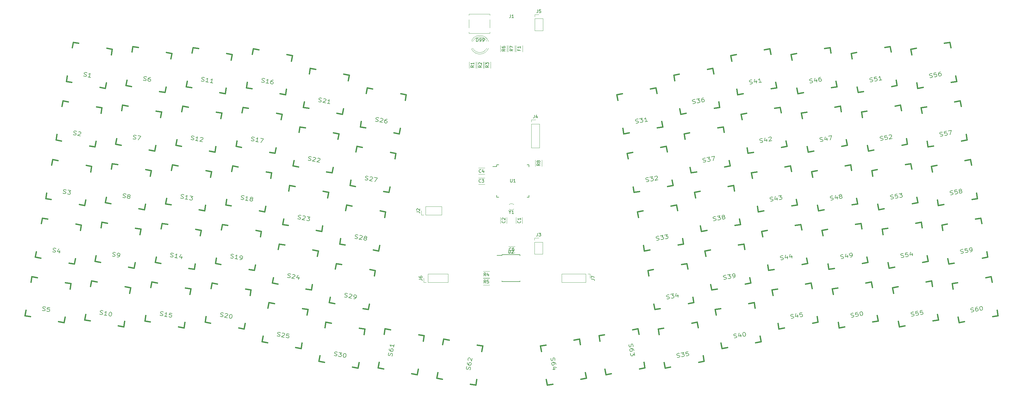
<source format=gbr>
G04 #@! TF.FileFunction,Legend,Top*
%FSLAX46Y46*%
G04 Gerber Fmt 4.6, Leading zero omitted, Abs format (unit mm)*
G04 Created by KiCad (PCBNEW 4.0.7) date 04/14/18 16:40:09*
%MOMM*%
%LPD*%
G01*
G04 APERTURE LIST*
%ADD10C,0.100000*%
%ADD11C,0.120000*%
%ADD12C,0.150000*%
%ADD13C,0.381000*%
%ADD14C,0.203200*%
G04 APERTURE END LIST*
D10*
D11*
X178250610Y-87949348D02*
G75*
G02X179750000Y-87950000I749390J-700652D01*
G01*
X178250610Y-89350652D02*
G75*
G03X179750000Y-89350000I749390J700652D01*
G01*
X188776000Y-73676000D02*
X188776000Y-75676000D01*
X186636000Y-75676000D02*
X186636000Y-73676000D01*
D12*
X174289000Y-75776000D02*
X173014000Y-75776000D01*
X184639000Y-75201000D02*
X183964000Y-75201000D01*
X184639000Y-85551000D02*
X183964000Y-85551000D01*
X174289000Y-85551000D02*
X174964000Y-85551000D01*
X174289000Y-75201000D02*
X174964000Y-75201000D01*
X174289000Y-85551000D02*
X174289000Y-84876000D01*
X184639000Y-85551000D02*
X184639000Y-84876000D01*
X184639000Y-75201000D02*
X184639000Y-75876000D01*
X174289000Y-75201000D02*
X174289000Y-75776000D01*
D13*
X212732978Y-52727506D02*
X214483966Y-52418759D01*
X223489048Y-50830920D02*
X225240036Y-50522174D01*
X225240036Y-50522174D02*
X225548783Y-52273162D01*
X227136622Y-61278244D02*
X227445368Y-63029232D01*
X227445368Y-63029232D02*
X225694380Y-63337979D01*
X216689298Y-64925818D02*
X214938310Y-65234564D01*
X214938310Y-65234564D02*
X214629563Y-63483576D01*
X213041724Y-54478494D02*
X212732978Y-52727506D01*
X38609724Y-35951802D02*
X40360712Y-36260548D01*
X49365794Y-37848387D02*
X51116782Y-38157134D01*
X51116782Y-38157134D02*
X50808036Y-39908122D01*
X49220197Y-48913204D02*
X48911450Y-50664192D01*
X48911450Y-50664192D02*
X47160462Y-50355446D01*
X38155380Y-48767607D02*
X36404392Y-48458860D01*
X36404392Y-48458860D02*
X36713138Y-46707872D01*
X38300977Y-37702790D02*
X38609724Y-35951802D01*
X126143962Y-88043350D02*
X127894950Y-88352096D01*
X136900032Y-89939935D02*
X138651020Y-90248682D01*
X138651020Y-90248682D02*
X138342274Y-91999670D01*
X136754435Y-101004752D02*
X136445688Y-102755740D01*
X136445688Y-102755740D02*
X134694700Y-102446994D01*
X125689618Y-100859155D02*
X123938630Y-100550408D01*
X123938630Y-100550408D02*
X124247376Y-98799420D01*
X125835215Y-89794338D02*
X126143962Y-88043350D01*
X129451960Y-69282762D02*
X131202948Y-69591508D01*
X140208030Y-71179347D02*
X141959018Y-71488094D01*
X141959018Y-71488094D02*
X141650272Y-73239082D01*
X140062433Y-82244164D02*
X139753686Y-83995152D01*
X139753686Y-83995152D02*
X138002698Y-83686406D01*
X128997616Y-82098567D02*
X127246628Y-81789820D01*
X127246628Y-81789820D02*
X127555374Y-80038832D01*
X129143213Y-71033750D02*
X129451960Y-69282762D01*
X202947805Y-143505808D02*
X201196817Y-143814555D01*
X192191735Y-145402394D02*
X190440747Y-145711140D01*
X190440747Y-145711140D02*
X190132000Y-143960152D01*
X188544161Y-134955070D02*
X188235415Y-133204082D01*
X188235415Y-133204082D02*
X189986403Y-132895335D01*
X198991485Y-131307496D02*
X200742473Y-130998750D01*
X200742473Y-130998750D02*
X201051220Y-132749738D01*
X202639059Y-141754820D02*
X202947805Y-143505808D01*
X206996003Y-129896085D02*
X208746991Y-129587338D01*
X217752073Y-127999499D02*
X219503061Y-127690753D01*
X219503061Y-127690753D02*
X219811808Y-129441741D01*
X221399647Y-138446823D02*
X221708393Y-140197811D01*
X221708393Y-140197811D02*
X219957405Y-140506558D01*
X210952323Y-142094397D02*
X209201335Y-142403143D01*
X209201335Y-142403143D02*
X208892588Y-140652155D01*
X207304749Y-131647073D02*
X206996003Y-129896085D01*
D11*
X177520000Y-94000000D02*
X177520000Y-92000000D01*
X175480000Y-92000000D02*
X175480000Y-94000000D01*
X170418000Y-79371000D02*
X168418000Y-79371000D01*
X168418000Y-81411000D02*
X170418000Y-81411000D01*
X170418000Y-76196000D02*
X168418000Y-76196000D01*
X168418000Y-78236000D02*
X170418000Y-78236000D01*
X178070000Y-103382000D02*
X180070000Y-103382000D01*
X180070000Y-101342000D02*
X178070000Y-101342000D01*
X170070000Y-42250000D02*
X170070000Y-44250000D01*
X167930000Y-44250000D02*
X167930000Y-42250000D01*
X169974000Y-109293000D02*
X171974000Y-109293000D01*
X171974000Y-111433000D02*
X169974000Y-111433000D01*
X169974000Y-111579000D02*
X171974000Y-111579000D01*
X171974000Y-113719000D02*
X169974000Y-113719000D01*
X175430000Y-39000000D02*
X175430000Y-37000000D01*
X177570000Y-37000000D02*
X177570000Y-39000000D01*
X177930000Y-39000000D02*
X177930000Y-37000000D01*
X180070000Y-37000000D02*
X180070000Y-39000000D01*
X165400000Y-27350000D02*
X165400000Y-26900000D01*
X172100000Y-26900000D02*
X172100000Y-27350000D01*
X165400000Y-26900000D02*
X172100000Y-26900000D01*
X172100000Y-28650000D02*
X172100000Y-31350000D01*
X165400000Y-31350000D02*
X165400000Y-28650000D01*
X172100000Y-33100000D02*
X172100000Y-32700000D01*
X165400000Y-33100000D02*
X172100000Y-33100000D01*
X165400000Y-32650000D02*
X165400000Y-33100000D01*
D13*
X35301726Y-54712390D02*
X37052714Y-55021136D01*
X46057796Y-56608975D02*
X47808784Y-56917722D01*
X47808784Y-56917722D02*
X47500038Y-58668710D01*
X45912199Y-67673792D02*
X45603452Y-69424780D01*
X45603452Y-69424780D02*
X43852464Y-69116034D01*
X34847382Y-67528195D02*
X33096394Y-67219448D01*
X33096394Y-67219448D02*
X33405140Y-65468460D01*
X34992979Y-56463378D02*
X35301726Y-54712390D01*
X31993728Y-73472978D02*
X33744716Y-73781724D01*
X42749798Y-75369563D02*
X44500786Y-75678310D01*
X44500786Y-75678310D02*
X44192040Y-77429298D01*
X42604201Y-86434380D02*
X42295454Y-88185368D01*
X42295454Y-88185368D02*
X40544466Y-87876622D01*
X31539384Y-86288783D02*
X29788396Y-85980036D01*
X29788396Y-85980036D02*
X30097142Y-84229048D01*
X31684981Y-75223966D02*
X31993728Y-73472978D01*
X28685730Y-92233566D02*
X30436718Y-92542312D01*
X39441800Y-94130151D02*
X41192788Y-94438898D01*
X41192788Y-94438898D02*
X40884042Y-96189886D01*
X39296203Y-105194968D02*
X38987456Y-106945956D01*
X38987456Y-106945956D02*
X37236468Y-106637210D01*
X28231386Y-105049371D02*
X26480398Y-104740624D01*
X26480398Y-104740624D02*
X26789144Y-102989636D01*
X28376983Y-93984554D02*
X28685730Y-92233566D01*
X25377732Y-110994154D02*
X27128720Y-111302900D01*
X36133802Y-112890739D02*
X37884790Y-113199486D01*
X37884790Y-113199486D02*
X37576044Y-114950474D01*
X35988205Y-123955556D02*
X35679458Y-125706544D01*
X35679458Y-125706544D02*
X33928470Y-125397798D01*
X24923388Y-123809959D02*
X23172400Y-123501212D01*
X23172400Y-123501212D02*
X23481146Y-121750224D01*
X25068985Y-112745142D02*
X25377732Y-110994154D01*
X57717608Y-37290184D02*
X59468596Y-37598930D01*
X68473678Y-39186769D02*
X70224666Y-39495516D01*
X70224666Y-39495516D02*
X69915920Y-41246504D01*
X68328081Y-50251586D02*
X68019334Y-52002574D01*
X68019334Y-52002574D02*
X66268346Y-51693828D01*
X57263264Y-50105989D02*
X55512276Y-49797242D01*
X55512276Y-49797242D02*
X55821022Y-48046254D01*
X57408861Y-39041172D02*
X57717608Y-37290184D01*
X54409610Y-56050772D02*
X56160598Y-56359518D01*
X65165680Y-57947357D02*
X66916668Y-58256104D01*
X66916668Y-58256104D02*
X66607922Y-60007092D01*
X65020083Y-69012174D02*
X64711336Y-70763162D01*
X64711336Y-70763162D02*
X62960348Y-70454416D01*
X53955266Y-68866577D02*
X52204278Y-68557830D01*
X52204278Y-68557830D02*
X52513024Y-66806842D01*
X54100863Y-57801760D02*
X54409610Y-56050772D01*
X51101612Y-74811360D02*
X52852600Y-75120106D01*
X61857682Y-76707945D02*
X63608670Y-77016692D01*
X63608670Y-77016692D02*
X63299924Y-78767680D01*
X61712085Y-87772762D02*
X61403338Y-89523750D01*
X61403338Y-89523750D02*
X59652350Y-89215004D01*
X50647268Y-87627165D02*
X48896280Y-87318418D01*
X48896280Y-87318418D02*
X49205026Y-85567430D01*
X50792865Y-76562348D02*
X51101612Y-74811360D01*
X47793614Y-93571948D02*
X49544602Y-93880694D01*
X58549684Y-95468533D02*
X60300672Y-95777280D01*
X60300672Y-95777280D02*
X59991926Y-97528268D01*
X58404087Y-106533350D02*
X58095340Y-108284338D01*
X58095340Y-108284338D02*
X56344352Y-107975592D01*
X47339270Y-106387753D02*
X45588282Y-106079006D01*
X45588282Y-106079006D02*
X45897028Y-104328018D01*
X47484867Y-95322936D02*
X47793614Y-93571948D01*
X44485616Y-112332536D02*
X46236604Y-112641282D01*
X55241686Y-114229121D02*
X56992674Y-114537868D01*
X56992674Y-114537868D02*
X56683928Y-116288856D01*
X55096089Y-125293938D02*
X54787342Y-127044926D01*
X54787342Y-127044926D02*
X53036354Y-126736180D01*
X44031272Y-125148341D02*
X42280284Y-124839594D01*
X42280284Y-124839594D02*
X42589030Y-123088606D01*
X44176869Y-114083524D02*
X44485616Y-112332536D01*
X76999140Y-37643758D02*
X78750128Y-37952504D01*
X87755210Y-39540343D02*
X89506198Y-39849090D01*
X89506198Y-39849090D02*
X89197452Y-41600078D01*
X87609613Y-50605160D02*
X87300866Y-52356148D01*
X87300866Y-52356148D02*
X85549878Y-52047402D01*
X76544796Y-50459563D02*
X74793808Y-50150816D01*
X74793808Y-50150816D02*
X75102554Y-48399828D01*
X76690393Y-39394746D02*
X76999140Y-37643758D01*
X73691142Y-56404346D02*
X75442130Y-56713092D01*
X84447212Y-58300931D02*
X86198200Y-58609678D01*
X86198200Y-58609678D02*
X85889454Y-60360666D01*
X84301615Y-69365748D02*
X83992868Y-71116736D01*
X83992868Y-71116736D02*
X82241880Y-70807990D01*
X73236798Y-69220151D02*
X71485810Y-68911404D01*
X71485810Y-68911404D02*
X71794556Y-67160416D01*
X73382395Y-58155334D02*
X73691142Y-56404346D01*
X70383144Y-75164934D02*
X72134132Y-75473680D01*
X81139214Y-77061519D02*
X82890202Y-77370266D01*
X82890202Y-77370266D02*
X82581456Y-79121254D01*
X80993617Y-88126336D02*
X80684870Y-89877324D01*
X80684870Y-89877324D02*
X78933882Y-89568578D01*
X69928800Y-87980739D02*
X68177812Y-87671992D01*
X68177812Y-87671992D02*
X68486558Y-85921004D01*
X70074397Y-76915922D02*
X70383144Y-75164934D01*
X67075146Y-93925522D02*
X68826134Y-94234268D01*
X77831216Y-95822107D02*
X79582204Y-96130854D01*
X79582204Y-96130854D02*
X79273458Y-97881842D01*
X77685619Y-106886924D02*
X77376872Y-108637912D01*
X77376872Y-108637912D02*
X75625884Y-108329166D01*
X66620802Y-106741327D02*
X64869814Y-106432580D01*
X64869814Y-106432580D02*
X65178560Y-104681592D01*
X66766399Y-95676510D02*
X67075146Y-93925522D01*
X63767148Y-112686110D02*
X65518136Y-112994856D01*
X74523218Y-114582695D02*
X76274206Y-114891442D01*
X76274206Y-114891442D02*
X75965460Y-116642430D01*
X74377621Y-125647512D02*
X74068874Y-127398500D01*
X74068874Y-127398500D02*
X72317886Y-127089754D01*
X63312804Y-125501915D02*
X61561816Y-125193168D01*
X61561816Y-125193168D02*
X61870562Y-123442180D01*
X63458401Y-114437098D02*
X63767148Y-112686110D01*
X96280672Y-37997332D02*
X98031660Y-38306078D01*
X107036742Y-39893917D02*
X108787730Y-40202664D01*
X108787730Y-40202664D02*
X108478984Y-41953652D01*
X106891145Y-50958734D02*
X106582398Y-52709722D01*
X106582398Y-52709722D02*
X104831410Y-52400976D01*
X95826328Y-50813137D02*
X94075340Y-50504390D01*
X94075340Y-50504390D02*
X94384086Y-48753402D01*
X95971925Y-39748320D02*
X96280672Y-37997332D01*
X92972674Y-56757920D02*
X94723662Y-57066666D01*
X103728744Y-58654505D02*
X105479732Y-58963252D01*
X105479732Y-58963252D02*
X105170986Y-60714240D01*
X103583147Y-69719322D02*
X103274400Y-71470310D01*
X103274400Y-71470310D02*
X101523412Y-71161564D01*
X92518330Y-69573725D02*
X90767342Y-69264978D01*
X90767342Y-69264978D02*
X91076088Y-67513990D01*
X92663927Y-58508908D02*
X92972674Y-56757920D01*
X89664676Y-75518508D02*
X91415664Y-75827254D01*
X100420746Y-77415093D02*
X102171734Y-77723840D01*
X102171734Y-77723840D02*
X101862988Y-79474828D01*
X100275149Y-88479910D02*
X99966402Y-90230898D01*
X99966402Y-90230898D02*
X98215414Y-89922152D01*
X89210332Y-88334313D02*
X87459344Y-88025566D01*
X87459344Y-88025566D02*
X87768090Y-86274578D01*
X89355929Y-77269496D02*
X89664676Y-75518508D01*
X86356678Y-94279096D02*
X88107666Y-94587842D01*
X97112748Y-96175681D02*
X98863736Y-96484428D01*
X98863736Y-96484428D02*
X98554990Y-98235416D01*
X96967151Y-107240498D02*
X96658404Y-108991486D01*
X96658404Y-108991486D02*
X94907416Y-108682740D01*
X85902334Y-107094901D02*
X84151346Y-106786154D01*
X84151346Y-106786154D02*
X84460092Y-105035166D01*
X86047931Y-96030084D02*
X86356678Y-94279096D01*
X83048680Y-113039684D02*
X84799668Y-113348430D01*
X93804750Y-114936269D02*
X95555738Y-115245016D01*
X95555738Y-115245016D02*
X95246992Y-116996004D01*
X93659153Y-126001086D02*
X93350406Y-127752074D01*
X93350406Y-127752074D02*
X91599418Y-127443328D01*
X82594336Y-125855489D02*
X80843348Y-125546742D01*
X80843348Y-125546742D02*
X81152094Y-123795754D01*
X82739933Y-114790672D02*
X83048680Y-113039684D01*
X114520315Y-44259753D02*
X116271303Y-44568499D01*
X125276385Y-46156338D02*
X127027373Y-46465085D01*
X127027373Y-46465085D02*
X126718627Y-48216073D01*
X125130788Y-57221155D02*
X124822041Y-58972143D01*
X124822041Y-58972143D02*
X123071053Y-58663397D01*
X114065971Y-57075558D02*
X112314983Y-56766811D01*
X112314983Y-56766811D02*
X112623729Y-55015823D01*
X114211568Y-46010741D02*
X114520315Y-44259753D01*
X111212317Y-63020341D02*
X112963305Y-63329087D01*
X121968387Y-64916926D02*
X123719375Y-65225673D01*
X123719375Y-65225673D02*
X123410629Y-66976661D01*
X121822790Y-75981743D02*
X121514043Y-77732731D01*
X121514043Y-77732731D02*
X119763055Y-77423985D01*
X110757973Y-75836146D02*
X109006985Y-75527399D01*
X109006985Y-75527399D02*
X109315731Y-73776411D01*
X110903570Y-64771329D02*
X111212317Y-63020341D01*
X107904319Y-81780929D02*
X109655307Y-82089675D01*
X118660389Y-83677514D02*
X120411377Y-83986261D01*
X120411377Y-83986261D02*
X120102631Y-85737249D01*
X118514792Y-94742331D02*
X118206045Y-96493319D01*
X118206045Y-96493319D02*
X116455057Y-96184573D01*
X107449975Y-94596734D02*
X105698987Y-94287987D01*
X105698987Y-94287987D02*
X106007733Y-92536999D01*
X107595572Y-83531917D02*
X107904319Y-81780929D01*
X104596321Y-100541517D02*
X106347309Y-100850263D01*
X115352391Y-102438102D02*
X117103379Y-102746849D01*
X117103379Y-102746849D02*
X116794633Y-104497837D01*
X115206794Y-113502919D02*
X114898047Y-115253907D01*
X114898047Y-115253907D02*
X113147059Y-114945161D01*
X104141977Y-113357322D02*
X102390989Y-113048575D01*
X102390989Y-113048575D02*
X102699735Y-111297587D01*
X104287574Y-102292505D02*
X104596321Y-100541517D01*
X101288323Y-119302105D02*
X103039311Y-119610851D01*
X112044393Y-121198690D02*
X113795381Y-121507437D01*
X113795381Y-121507437D02*
X113486635Y-123258425D01*
X111898796Y-132263507D02*
X111590049Y-134014495D01*
X111590049Y-134014495D02*
X109839061Y-133705749D01*
X100833979Y-132117910D02*
X99082991Y-131809163D01*
X99082991Y-131809163D02*
X99391737Y-130058175D01*
X100979576Y-121053093D02*
X101288323Y-119302105D01*
X132759958Y-50522174D02*
X134510946Y-50830920D01*
X143516028Y-52418759D02*
X145267016Y-52727506D01*
X145267016Y-52727506D02*
X144958270Y-54478494D01*
X143370431Y-63483576D02*
X143061684Y-65234564D01*
X143061684Y-65234564D02*
X141310696Y-64925818D01*
X132305614Y-63337979D02*
X130554626Y-63029232D01*
X130554626Y-63029232D02*
X130863372Y-61278244D01*
X132451211Y-52273162D02*
X132759958Y-50522174D01*
X122835964Y-106803938D02*
X124586952Y-107112684D01*
X133592034Y-108700523D02*
X135343022Y-109009270D01*
X135343022Y-109009270D02*
X135034276Y-110760258D01*
X133446437Y-119765340D02*
X133137690Y-121516328D01*
X133137690Y-121516328D02*
X131386702Y-121207582D01*
X122381620Y-119619743D02*
X120630632Y-119310996D01*
X120630632Y-119310996D02*
X120939378Y-117560008D01*
X122527217Y-108554926D02*
X122835964Y-106803938D01*
X119527966Y-125564526D02*
X121278954Y-125873272D01*
X130284036Y-127461111D02*
X132035024Y-127769858D01*
X132035024Y-127769858D02*
X131726278Y-129520846D01*
X130138439Y-138525928D02*
X129829692Y-140276916D01*
X129829692Y-140276916D02*
X128078704Y-139968170D01*
X119073622Y-138380331D02*
X117322634Y-138071584D01*
X117322634Y-138071584D02*
X117631380Y-136320596D01*
X119219219Y-127315514D02*
X119527966Y-125564526D01*
X216040976Y-71488094D02*
X217791964Y-71179347D01*
X226797046Y-69591508D02*
X228548034Y-69282762D01*
X228548034Y-69282762D02*
X228856781Y-71033750D01*
X230444620Y-80038832D02*
X230753366Y-81789820D01*
X230753366Y-81789820D02*
X229002378Y-82098567D01*
X219997296Y-83686406D02*
X218246308Y-83995152D01*
X218246308Y-83995152D02*
X217937561Y-82244164D01*
X216349722Y-73239082D02*
X216040976Y-71488094D01*
X219348974Y-90248682D02*
X221099962Y-89939935D01*
X230105044Y-88352096D02*
X231856032Y-88043350D01*
X231856032Y-88043350D02*
X232164779Y-89794338D01*
X233752618Y-98799420D02*
X234061364Y-100550408D01*
X234061364Y-100550408D02*
X232310376Y-100859155D01*
X223305294Y-102446994D02*
X221554306Y-102755740D01*
X221554306Y-102755740D02*
X221245559Y-101004752D01*
X219657720Y-91999670D02*
X219348974Y-90248682D01*
X222656972Y-109009270D02*
X224407960Y-108700523D01*
X233413042Y-107112684D02*
X235164030Y-106803938D01*
X235164030Y-106803938D02*
X235472777Y-108554926D01*
X237060616Y-117560008D02*
X237369362Y-119310996D01*
X237369362Y-119310996D02*
X235618374Y-119619743D01*
X226613292Y-121207582D02*
X224862304Y-121516328D01*
X224862304Y-121516328D02*
X224553557Y-119765340D01*
X222965718Y-110760258D02*
X222656972Y-109009270D01*
X225964970Y-127769858D02*
X227715958Y-127461111D01*
X236721040Y-125873272D02*
X238472028Y-125564526D01*
X238472028Y-125564526D02*
X238780775Y-127315514D01*
X240368614Y-136320596D02*
X240677360Y-138071584D01*
X240677360Y-138071584D02*
X238926372Y-138380331D01*
X229921290Y-139968170D02*
X228170302Y-140276916D01*
X228170302Y-140276916D02*
X227861555Y-138525928D01*
X226273716Y-129520846D02*
X225964970Y-127769858D01*
X230972622Y-46465085D02*
X232723610Y-46156338D01*
X241728692Y-44568499D02*
X243479680Y-44259753D01*
X243479680Y-44259753D02*
X243788427Y-46010741D01*
X245376266Y-55015823D02*
X245685012Y-56766811D01*
X245685012Y-56766811D02*
X243934024Y-57075558D01*
X234928942Y-58663397D02*
X233177954Y-58972143D01*
X233177954Y-58972143D02*
X232869207Y-57221155D01*
X231281368Y-48216073D02*
X230972622Y-46465085D01*
X234280620Y-65225673D02*
X236031608Y-64916926D01*
X245036690Y-63329087D02*
X246787678Y-63020341D01*
X246787678Y-63020341D02*
X247096425Y-64771329D01*
X248684264Y-73776411D02*
X248993010Y-75527399D01*
X248993010Y-75527399D02*
X247242022Y-75836146D01*
X238236940Y-77423985D02*
X236485952Y-77732731D01*
X236485952Y-77732731D02*
X236177205Y-75981743D01*
X234589366Y-66976661D02*
X234280620Y-65225673D01*
X237588618Y-83986261D02*
X239339606Y-83677514D01*
X248344688Y-82089675D02*
X250095676Y-81780929D01*
X250095676Y-81780929D02*
X250404423Y-83531917D01*
X251992262Y-92536999D02*
X252301008Y-94287987D01*
X252301008Y-94287987D02*
X250550020Y-94596734D01*
X241544938Y-96184573D02*
X239793950Y-96493319D01*
X239793950Y-96493319D02*
X239485203Y-94742331D01*
X237897364Y-85737249D02*
X237588618Y-83986261D01*
X240896616Y-102746849D02*
X242647604Y-102438102D01*
X251652686Y-100850263D02*
X253403674Y-100541517D01*
X253403674Y-100541517D02*
X253712421Y-102292505D01*
X255300260Y-111297587D02*
X255609006Y-113048575D01*
X255609006Y-113048575D02*
X253858018Y-113357322D01*
X244852936Y-114945161D02*
X243101948Y-115253907D01*
X243101948Y-115253907D02*
X242793201Y-113502919D01*
X241205362Y-104497837D02*
X240896616Y-102746849D01*
X244204614Y-121507437D02*
X245955602Y-121198690D01*
X254960684Y-119610851D02*
X256711672Y-119302105D01*
X256711672Y-119302105D02*
X257020419Y-121053093D01*
X258608258Y-130058175D02*
X258917004Y-131809163D01*
X258917004Y-131809163D02*
X257166016Y-132117910D01*
X248160934Y-133705749D02*
X246409946Y-134014495D01*
X246409946Y-134014495D02*
X246101199Y-132263507D01*
X244513360Y-123258425D02*
X244204614Y-121507437D01*
X249212266Y-40202664D02*
X250963254Y-39893917D01*
X259968336Y-38306078D02*
X261719324Y-37997332D01*
X261719324Y-37997332D02*
X262028071Y-39748320D01*
X263615910Y-48753402D02*
X263924656Y-50504390D01*
X263924656Y-50504390D02*
X262173668Y-50813137D01*
X253168586Y-52400976D02*
X251417598Y-52709722D01*
X251417598Y-52709722D02*
X251108851Y-50958734D01*
X249521012Y-41953652D02*
X249212266Y-40202664D01*
X252520264Y-58963252D02*
X254271252Y-58654505D01*
X263276334Y-57066666D02*
X265027322Y-56757920D01*
X265027322Y-56757920D02*
X265336069Y-58508908D01*
X266923908Y-67513990D02*
X267232654Y-69264978D01*
X267232654Y-69264978D02*
X265481666Y-69573725D01*
X256476584Y-71161564D02*
X254725596Y-71470310D01*
X254725596Y-71470310D02*
X254416849Y-69719322D01*
X252829010Y-60714240D02*
X252520264Y-58963252D01*
X255828262Y-77723840D02*
X257579250Y-77415093D01*
X266584332Y-75827254D02*
X268335320Y-75518508D01*
X268335320Y-75518508D02*
X268644067Y-77269496D01*
X270231906Y-86274578D02*
X270540652Y-88025566D01*
X270540652Y-88025566D02*
X268789664Y-88334313D01*
X259784582Y-89922152D02*
X258033594Y-90230898D01*
X258033594Y-90230898D02*
X257724847Y-88479910D01*
X256137008Y-79474828D02*
X255828262Y-77723840D01*
X259136260Y-96484428D02*
X260887248Y-96175681D01*
X269892330Y-94587842D02*
X271643318Y-94279096D01*
X271643318Y-94279096D02*
X271952065Y-96030084D01*
X273539904Y-105035166D02*
X273848650Y-106786154D01*
X273848650Y-106786154D02*
X272097662Y-107094901D01*
X263092580Y-108682740D02*
X261341592Y-108991486D01*
X261341592Y-108991486D02*
X261032845Y-107240498D01*
X259445006Y-98235416D02*
X259136260Y-96484428D01*
X262444258Y-115245016D02*
X264195246Y-114936269D01*
X273200328Y-113348430D02*
X274951316Y-113039684D01*
X274951316Y-113039684D02*
X275260063Y-114790672D01*
X276847902Y-123795754D02*
X277156648Y-125546742D01*
X277156648Y-125546742D02*
X275405660Y-125855489D01*
X266400578Y-127443328D02*
X264649590Y-127752074D01*
X264649590Y-127752074D02*
X264340843Y-126001086D01*
X262753004Y-116996004D02*
X262444258Y-115245016D01*
X268493799Y-39849090D02*
X270244787Y-39540343D01*
X279249869Y-37952504D02*
X281000857Y-37643758D01*
X281000857Y-37643758D02*
X281309604Y-39394746D01*
X282897443Y-48399828D02*
X283206189Y-50150816D01*
X283206189Y-50150816D02*
X281455201Y-50459563D01*
X272450119Y-52047402D02*
X270699131Y-52356148D01*
X270699131Y-52356148D02*
X270390384Y-50605160D01*
X268802545Y-41600078D02*
X268493799Y-39849090D01*
X271801797Y-58609678D02*
X273552785Y-58300931D01*
X282557867Y-56713092D02*
X284308855Y-56404346D01*
X284308855Y-56404346D02*
X284617602Y-58155334D01*
X286205441Y-67160416D02*
X286514187Y-68911404D01*
X286514187Y-68911404D02*
X284763199Y-69220151D01*
X275758117Y-70807990D02*
X274007129Y-71116736D01*
X274007129Y-71116736D02*
X273698382Y-69365748D01*
X272110543Y-60360666D02*
X271801797Y-58609678D01*
X275109795Y-77370266D02*
X276860783Y-77061519D01*
X285865865Y-75473680D02*
X287616853Y-75164934D01*
X287616853Y-75164934D02*
X287925600Y-76915922D01*
X289513439Y-85921004D02*
X289822185Y-87671992D01*
X289822185Y-87671992D02*
X288071197Y-87980739D01*
X279066115Y-89568578D02*
X277315127Y-89877324D01*
X277315127Y-89877324D02*
X277006380Y-88126336D01*
X275418541Y-79121254D02*
X275109795Y-77370266D01*
X278417793Y-96130854D02*
X280168781Y-95822107D01*
X289173863Y-94234268D02*
X290924851Y-93925522D01*
X290924851Y-93925522D02*
X291233598Y-95676510D01*
X292821437Y-104681592D02*
X293130183Y-106432580D01*
X293130183Y-106432580D02*
X291379195Y-106741327D01*
X282374113Y-108329166D02*
X280623125Y-108637912D01*
X280623125Y-108637912D02*
X280314378Y-106886924D01*
X278726539Y-97881842D02*
X278417793Y-96130854D01*
X281725791Y-114891442D02*
X283476779Y-114582695D01*
X292481861Y-112994856D02*
X294232849Y-112686110D01*
X294232849Y-112686110D02*
X294541596Y-114437098D01*
X296129435Y-123442180D02*
X296438181Y-125193168D01*
X296438181Y-125193168D02*
X294687193Y-125501915D01*
X285682111Y-127089754D02*
X283931123Y-127398500D01*
X283931123Y-127398500D02*
X283622376Y-125647512D01*
X282034537Y-116642430D02*
X281725791Y-114891442D01*
X287775332Y-39495516D02*
X289526320Y-39186769D01*
X298531402Y-37598930D02*
X300282390Y-37290184D01*
X300282390Y-37290184D02*
X300591137Y-39041172D01*
X302178976Y-48046254D02*
X302487722Y-49797242D01*
X302487722Y-49797242D02*
X300736734Y-50105989D01*
X291731652Y-51693828D02*
X289980664Y-52002574D01*
X289980664Y-52002574D02*
X289671917Y-50251586D01*
X288084078Y-41246504D02*
X287775332Y-39495516D01*
X291083330Y-58256104D02*
X292834318Y-57947357D01*
X301839400Y-56359518D02*
X303590388Y-56050772D01*
X303590388Y-56050772D02*
X303899135Y-57801760D01*
X305486974Y-66806842D02*
X305795720Y-68557830D01*
X305795720Y-68557830D02*
X304044732Y-68866577D01*
X295039650Y-70454416D02*
X293288662Y-70763162D01*
X293288662Y-70763162D02*
X292979915Y-69012174D01*
X291392076Y-60007092D02*
X291083330Y-58256104D01*
X294391328Y-77016692D02*
X296142316Y-76707945D01*
X305147398Y-75120106D02*
X306898386Y-74811360D01*
X306898386Y-74811360D02*
X307207133Y-76562348D01*
X308794972Y-85567430D02*
X309103718Y-87318418D01*
X309103718Y-87318418D02*
X307352730Y-87627165D01*
X298347648Y-89215004D02*
X296596660Y-89523750D01*
X296596660Y-89523750D02*
X296287913Y-87772762D01*
X294700074Y-78767680D02*
X294391328Y-77016692D01*
X297699326Y-95777280D02*
X299450314Y-95468533D01*
X308455396Y-93880694D02*
X310206384Y-93571948D01*
X310206384Y-93571948D02*
X310515131Y-95322936D01*
X312102970Y-104328018D02*
X312411716Y-106079006D01*
X312411716Y-106079006D02*
X310660728Y-106387753D01*
X301655646Y-107975592D02*
X299904658Y-108284338D01*
X299904658Y-108284338D02*
X299595911Y-106533350D01*
X298008072Y-97528268D02*
X297699326Y-95777280D01*
X301007324Y-114537868D02*
X302758312Y-114229121D01*
X311763394Y-112641282D02*
X313514382Y-112332536D01*
X313514382Y-112332536D02*
X313823129Y-114083524D01*
X315410968Y-123088606D02*
X315719714Y-124839594D01*
X315719714Y-124839594D02*
X313968726Y-125148341D01*
X304963644Y-126736180D02*
X303212656Y-127044926D01*
X303212656Y-127044926D02*
X302903909Y-125293938D01*
X301316070Y-116288856D02*
X301007324Y-114537868D01*
X306883217Y-38157134D02*
X308634205Y-37848387D01*
X317639287Y-36260548D02*
X319390275Y-35951802D01*
X319390275Y-35951802D02*
X319699022Y-37702790D01*
X321286861Y-46707872D02*
X321595607Y-48458860D01*
X321595607Y-48458860D02*
X319844619Y-48767607D01*
X310839537Y-50355446D02*
X309088549Y-50664192D01*
X309088549Y-50664192D02*
X308779802Y-48913204D01*
X307191963Y-39908122D02*
X306883217Y-38157134D01*
X310191215Y-56917722D02*
X311942203Y-56608975D01*
X320947285Y-55021136D02*
X322698273Y-54712390D01*
X322698273Y-54712390D02*
X323007020Y-56463378D01*
X324594859Y-65468460D02*
X324903605Y-67219448D01*
X324903605Y-67219448D02*
X323152617Y-67528195D01*
X314147535Y-69116034D02*
X312396547Y-69424780D01*
X312396547Y-69424780D02*
X312087800Y-67673792D01*
X310499961Y-58668710D02*
X310191215Y-56917722D01*
X313499213Y-75678310D02*
X315250201Y-75369563D01*
X324255283Y-73781724D02*
X326006271Y-73472978D01*
X326006271Y-73472978D02*
X326315018Y-75223966D01*
X327902857Y-84229048D02*
X328211603Y-85980036D01*
X328211603Y-85980036D02*
X326460615Y-86288783D01*
X317455533Y-87876622D02*
X315704545Y-88185368D01*
X315704545Y-88185368D02*
X315395798Y-86434380D01*
X313807959Y-77429298D02*
X313499213Y-75678310D01*
X316807211Y-94438898D02*
X318558199Y-94130151D01*
X327563281Y-92542312D02*
X329314269Y-92233566D01*
X329314269Y-92233566D02*
X329623016Y-93984554D01*
X331210855Y-102989636D02*
X331519601Y-104740624D01*
X331519601Y-104740624D02*
X329768613Y-105049371D01*
X320763531Y-106637210D02*
X319012543Y-106945956D01*
X319012543Y-106945956D02*
X318703796Y-105194968D01*
X317115957Y-96189886D02*
X316807211Y-94438898D01*
X320115209Y-113199486D02*
X321866197Y-112890739D01*
X330871279Y-111302900D02*
X332622267Y-110994154D01*
X332622267Y-110994154D02*
X332931014Y-112745142D01*
X334518853Y-121750224D02*
X334827599Y-123501212D01*
X334827599Y-123501212D02*
X333076611Y-123809959D01*
X324071529Y-125397798D02*
X322320541Y-125706544D01*
X322320541Y-125706544D02*
X322011794Y-123955556D01*
X320423955Y-114950474D02*
X320115209Y-113199486D01*
X148798658Y-142403143D02*
X147047670Y-142094397D01*
X138042588Y-140506558D02*
X136291600Y-140197811D01*
X136291600Y-140197811D02*
X136600346Y-138446823D01*
X138188185Y-129441741D02*
X138496932Y-127690753D01*
X138496932Y-127690753D02*
X140247920Y-127999499D01*
X149253002Y-129587338D02*
X151003990Y-129896085D01*
X151003990Y-129896085D02*
X150695244Y-131647073D01*
X149107405Y-140652155D02*
X148798658Y-142403143D01*
X157257519Y-130998750D02*
X159008507Y-131307496D01*
X168013589Y-132895335D02*
X169764577Y-133204082D01*
X169764577Y-133204082D02*
X169455831Y-134955070D01*
X167867992Y-143960152D02*
X167559245Y-145711140D01*
X167559245Y-145711140D02*
X165808257Y-145402394D01*
X156803175Y-143814555D02*
X155052187Y-143505808D01*
X155052187Y-143505808D02*
X155360933Y-141754820D01*
X156948772Y-132749738D02*
X157257519Y-130998750D01*
D12*
X175935000Y-104205000D02*
X174335000Y-104205000D01*
X175935000Y-112630000D02*
X181685000Y-112630000D01*
X175935000Y-103980000D02*
X181685000Y-103980000D01*
X175935000Y-112630000D02*
X175935000Y-112330000D01*
X181685000Y-112630000D02*
X181685000Y-112330000D01*
X181685000Y-103980000D02*
X181685000Y-104280000D01*
X175935000Y-103980000D02*
X175935000Y-104205000D01*
D11*
X182520000Y-94000000D02*
X182520000Y-92000000D01*
X180480000Y-92000000D02*
X180480000Y-94000000D01*
X180430000Y-39000000D02*
X180430000Y-37000000D01*
X182570000Y-37000000D02*
X182570000Y-39000000D01*
X166305000Y-37830000D02*
X166305000Y-38295000D01*
X166305000Y-35205000D02*
X166305000Y-35670000D01*
X171119479Y-37830429D02*
G75*
G02X166610316Y-37830000I-2254479J1080429D01*
G01*
X171119479Y-35669571D02*
G75*
G03X166610316Y-35670000I-2254479J-1080429D01*
G01*
X171652815Y-37830827D02*
G75*
G02X166305000Y-38294830I-2787815J1080827D01*
G01*
X171652815Y-35669173D02*
G75*
G03X166305000Y-35205170I-2787815J-1080827D01*
G01*
X167570000Y-42250000D02*
X167570000Y-44250000D01*
X165430000Y-44250000D02*
X165430000Y-42250000D01*
X172320000Y-42250000D02*
X172320000Y-44250000D01*
X170180000Y-44250000D02*
X170180000Y-42250000D01*
X150181000Y-91246000D02*
X150181000Y-89916000D01*
X150876000Y-91246000D02*
X150181000Y-91246000D01*
X151511000Y-88586000D02*
X151511000Y-91246000D01*
X156651000Y-88586000D02*
X151511000Y-88586000D01*
X156651000Y-91246000D02*
X156651000Y-88586000D01*
X151511000Y-91246000D02*
X156651000Y-91246000D01*
X186376000Y-98619000D02*
X187706000Y-98619000D01*
X186376000Y-99314000D02*
X186376000Y-98619000D01*
X189036000Y-99949000D02*
X186376000Y-99949000D01*
X189036000Y-103819000D02*
X189036000Y-99949000D01*
X186376000Y-103819000D02*
X189036000Y-103819000D01*
X186376000Y-99949000D02*
X186376000Y-103819000D01*
X186420000Y-27055000D02*
X187750000Y-27055000D01*
X186420000Y-27750000D02*
X186420000Y-27055000D01*
X189080000Y-28385000D02*
X186420000Y-28385000D01*
X189080000Y-32255000D02*
X189080000Y-28385000D01*
X186420000Y-32255000D02*
X189080000Y-32255000D01*
X186420000Y-28385000D02*
X186420000Y-32255000D01*
X150943000Y-112836000D02*
X150943000Y-111506000D01*
X151638000Y-112836000D02*
X150943000Y-112836000D01*
X152273000Y-110176000D02*
X152273000Y-112836000D01*
X158683000Y-110176000D02*
X152273000Y-110176000D01*
X158683000Y-112836000D02*
X158683000Y-110176000D01*
X152273000Y-112836000D02*
X158683000Y-112836000D01*
X204149000Y-110176000D02*
X204149000Y-111506000D01*
X203454000Y-110176000D02*
X204149000Y-110176000D01*
X202819000Y-112836000D02*
X202819000Y-110176000D01*
X195139000Y-112836000D02*
X202819000Y-112836000D01*
X195139000Y-110176000D02*
X195139000Y-112836000D01*
X202819000Y-110176000D02*
X195139000Y-110176000D01*
X185360000Y-60773000D02*
X186690000Y-60773000D01*
X185360000Y-61468000D02*
X185360000Y-60773000D01*
X188020000Y-62103000D02*
X185360000Y-62103000D01*
X188020000Y-69783000D02*
X188020000Y-62103000D01*
X185360000Y-69783000D02*
X188020000Y-69783000D01*
X185360000Y-62103000D02*
X185360000Y-69783000D01*
D12*
X178523809Y-90326190D02*
X178523809Y-90802381D01*
X178190476Y-89802381D02*
X178523809Y-90326190D01*
X178857143Y-89802381D01*
X179714286Y-90802381D02*
X179142857Y-90802381D01*
X179428571Y-90802381D02*
X179428571Y-89802381D01*
X179333333Y-89945238D01*
X179238095Y-90040476D01*
X179142857Y-90088095D01*
X188158381Y-74842666D02*
X187682190Y-75176000D01*
X188158381Y-75414095D02*
X187158381Y-75414095D01*
X187158381Y-75033142D01*
X187206000Y-74937904D01*
X187253619Y-74890285D01*
X187348857Y-74842666D01*
X187491714Y-74842666D01*
X187586952Y-74890285D01*
X187634571Y-74937904D01*
X187682190Y-75033142D01*
X187682190Y-75414095D01*
X187586952Y-74271238D02*
X187539333Y-74366476D01*
X187491714Y-74414095D01*
X187396476Y-74461714D01*
X187348857Y-74461714D01*
X187253619Y-74414095D01*
X187206000Y-74366476D01*
X187158381Y-74271238D01*
X187158381Y-74080761D01*
X187206000Y-73985523D01*
X187253619Y-73937904D01*
X187348857Y-73890285D01*
X187396476Y-73890285D01*
X187491714Y-73937904D01*
X187539333Y-73985523D01*
X187586952Y-74080761D01*
X187586952Y-74271238D01*
X187634571Y-74366476D01*
X187682190Y-74414095D01*
X187777429Y-74461714D01*
X187967905Y-74461714D01*
X188063143Y-74414095D01*
X188110762Y-74366476D01*
X188158381Y-74271238D01*
X188158381Y-74080761D01*
X188110762Y-73985523D01*
X188063143Y-73937904D01*
X187967905Y-73890285D01*
X187777429Y-73890285D01*
X187682190Y-73937904D01*
X187634571Y-73985523D01*
X187586952Y-74080761D01*
X178689095Y-79779881D02*
X178689095Y-80589405D01*
X178736714Y-80684643D01*
X178784333Y-80732262D01*
X178879571Y-80779881D01*
X179070048Y-80779881D01*
X179165286Y-80732262D01*
X179212905Y-80684643D01*
X179260524Y-80589405D01*
X179260524Y-79779881D01*
X180260524Y-80779881D02*
X179689095Y-80779881D01*
X179974809Y-80779881D02*
X179974809Y-79779881D01*
X179879571Y-79922738D01*
X179784333Y-80017976D01*
X179689095Y-80065595D01*
D14*
X218871578Y-61839022D02*
X219096486Y-61860773D01*
X219453830Y-61797764D01*
X219586267Y-61713003D01*
X219647234Y-61640843D01*
X219697700Y-61509126D01*
X219676697Y-61390012D01*
X219584224Y-61283498D01*
X219502254Y-61236543D01*
X219348815Y-61202190D01*
X219052437Y-61193040D01*
X218898999Y-61158686D01*
X218817027Y-61111730D01*
X218724556Y-61005218D01*
X218703553Y-60886103D01*
X218754018Y-60754386D01*
X218814986Y-60682227D01*
X218947421Y-60597466D01*
X219304767Y-60534456D01*
X219529675Y-60556208D01*
X220019456Y-60408437D02*
X220948552Y-60244612D01*
X220532282Y-60809285D01*
X220746688Y-60771479D01*
X220900128Y-60805833D01*
X220982098Y-60852789D01*
X221074571Y-60959301D01*
X221127079Y-61257088D01*
X221076612Y-61388805D01*
X221015645Y-61460965D01*
X220883209Y-61545726D01*
X220454396Y-61621337D01*
X220300957Y-61586984D01*
X220218985Y-61540028D01*
X222598463Y-61243280D02*
X221740837Y-61394503D01*
X222169650Y-61318892D02*
X221949116Y-60068186D01*
X221837683Y-60272061D01*
X221715749Y-60416380D01*
X221583313Y-60501142D01*
X41976488Y-46739370D02*
X42180393Y-46836733D01*
X42537737Y-46899742D01*
X42691177Y-46865389D01*
X42773147Y-46818433D01*
X42865619Y-46711920D01*
X42886623Y-46592806D01*
X42836156Y-46461088D01*
X42775189Y-46388929D01*
X42642753Y-46304168D01*
X42367379Y-46194203D01*
X42234943Y-46109442D01*
X42173975Y-46037282D01*
X42123510Y-45905566D01*
X42144513Y-45786451D01*
X42236985Y-45679938D01*
X42318956Y-45632983D01*
X42472394Y-45598629D01*
X42829740Y-45661639D01*
X43033645Y-45759001D01*
X44252992Y-47202188D02*
X43395365Y-47050965D01*
X43824178Y-47126577D02*
X44044711Y-45875871D01*
X43870268Y-46029339D01*
X43706328Y-46123250D01*
X43552889Y-46157604D01*
X128796037Y-98704899D02*
X128999942Y-98802262D01*
X129357286Y-98865272D01*
X129510726Y-98830918D01*
X129592696Y-98783962D01*
X129685169Y-98677449D01*
X129706172Y-98558335D01*
X129655706Y-98426617D01*
X129594739Y-98354458D01*
X129462302Y-98269697D01*
X129186928Y-98159732D01*
X129054492Y-98074971D01*
X128993525Y-98002811D01*
X128943059Y-97871095D01*
X128964062Y-97751980D01*
X129056534Y-97645467D01*
X129138505Y-97598512D01*
X129291944Y-97564158D01*
X129649289Y-97627168D01*
X129853194Y-97724531D01*
X130414444Y-97884903D02*
X130496414Y-97837948D01*
X130649854Y-97803594D01*
X131007198Y-97866604D01*
X131139634Y-97951365D01*
X131200601Y-98023524D01*
X131251068Y-98155241D01*
X131230065Y-98274356D01*
X131127090Y-98440426D01*
X130143445Y-99003892D01*
X131072541Y-99167717D01*
X132056186Y-98604251D02*
X131923751Y-98519489D01*
X131862783Y-98447330D01*
X131812318Y-98315614D01*
X131822819Y-98256056D01*
X131915291Y-98149543D01*
X131997262Y-98102588D01*
X132150701Y-98068234D01*
X132436577Y-98118642D01*
X132569013Y-98203403D01*
X132629980Y-98275562D01*
X132680446Y-98407279D01*
X132669945Y-98466836D01*
X132577472Y-98573349D01*
X132495502Y-98620304D01*
X132342062Y-98654659D01*
X132056186Y-98604251D01*
X131902748Y-98638605D01*
X131820777Y-98685560D01*
X131728305Y-98792073D01*
X131686299Y-99030302D01*
X131736764Y-99162019D01*
X131797732Y-99234179D01*
X131930168Y-99318940D01*
X132216043Y-99369348D01*
X132369483Y-99334994D01*
X132451453Y-99288038D01*
X132543926Y-99181525D01*
X132585932Y-98943295D01*
X132535466Y-98811579D01*
X132474499Y-98739420D01*
X132342062Y-98654659D01*
X132104035Y-79944311D02*
X132307940Y-80041674D01*
X132665284Y-80104684D01*
X132818724Y-80070330D01*
X132900694Y-80023374D01*
X132993167Y-79916861D01*
X133014170Y-79797747D01*
X132963704Y-79666029D01*
X132902737Y-79593870D01*
X132770300Y-79509109D01*
X132494926Y-79399144D01*
X132362490Y-79314383D01*
X132301523Y-79242223D01*
X132251057Y-79110507D01*
X132272060Y-78991392D01*
X132364532Y-78884879D01*
X132446503Y-78837924D01*
X132599942Y-78803570D01*
X132957287Y-78866580D01*
X133161192Y-78963943D01*
X133722442Y-79124315D02*
X133804412Y-79077360D01*
X133957852Y-79043006D01*
X134315196Y-79106016D01*
X134447632Y-79190777D01*
X134508599Y-79262936D01*
X134559066Y-79394653D01*
X134538063Y-79513768D01*
X134435088Y-79679838D01*
X133451443Y-80243304D01*
X134380539Y-80407129D01*
X135101354Y-79244637D02*
X136101919Y-79421063D01*
X135238166Y-80558352D01*
X191630957Y-137137350D02*
X191609206Y-137362258D01*
X191672215Y-137719602D01*
X191756976Y-137852039D01*
X191829136Y-137913006D01*
X191960853Y-137963472D01*
X192079967Y-137942469D01*
X192186481Y-137849996D01*
X192233436Y-137768026D01*
X192267789Y-137614587D01*
X192276939Y-137318209D01*
X192311293Y-137164771D01*
X192358249Y-137082799D01*
X192464761Y-136990328D01*
X192583876Y-136969325D01*
X192715593Y-137019790D01*
X192787752Y-137080758D01*
X192872513Y-137213193D01*
X192935523Y-137570539D01*
X192913771Y-137795447D01*
X193200163Y-139071386D02*
X193149755Y-138785510D01*
X193064994Y-138653073D01*
X192992835Y-138592107D01*
X192788959Y-138480673D01*
X192538127Y-138451211D01*
X192061668Y-138535224D01*
X191955155Y-138627695D01*
X191908199Y-138709667D01*
X191873845Y-138863105D01*
X191924253Y-139148981D01*
X192009014Y-139281417D01*
X192081174Y-139342384D01*
X192212891Y-139392851D01*
X192510678Y-139340343D01*
X192617190Y-139247870D01*
X192664146Y-139165900D01*
X192698500Y-139012460D01*
X192648092Y-138726584D01*
X192563331Y-138594149D01*
X192491171Y-138533181D01*
X192359455Y-138482716D01*
X193035299Y-140574275D02*
X192201495Y-140721297D01*
X193448749Y-140132918D02*
X192492379Y-139933098D01*
X192656203Y-140862193D01*
X216645075Y-132726687D02*
X216623324Y-132951595D01*
X216686333Y-133308939D01*
X216771094Y-133441376D01*
X216843254Y-133502343D01*
X216974971Y-133552809D01*
X217094085Y-133531806D01*
X217200599Y-133439333D01*
X217247554Y-133357363D01*
X217281907Y-133203924D01*
X217291057Y-132907546D01*
X217325411Y-132754108D01*
X217372367Y-132672136D01*
X217478879Y-132579665D01*
X217597994Y-132558662D01*
X217729711Y-132609127D01*
X217801870Y-132670095D01*
X217886631Y-132802530D01*
X217949641Y-133159876D01*
X217927889Y-133384784D01*
X218214281Y-134660723D02*
X218163873Y-134374847D01*
X218079112Y-134242410D01*
X218006953Y-134181444D01*
X217803077Y-134070010D01*
X217552245Y-134040548D01*
X217075786Y-134124561D01*
X216969273Y-134217032D01*
X216922317Y-134299004D01*
X216887963Y-134452442D01*
X216938371Y-134738318D01*
X217023132Y-134870754D01*
X217095292Y-134931721D01*
X217227009Y-134982188D01*
X217524796Y-134929680D01*
X217631308Y-134837207D01*
X217678264Y-134755237D01*
X217712618Y-134601797D01*
X217662210Y-134315921D01*
X217577449Y-134183486D01*
X217505289Y-134122518D01*
X217373573Y-134072053D01*
X218327698Y-135303943D02*
X218491523Y-136233039D01*
X217926850Y-135816769D01*
X217964656Y-136031176D01*
X217930302Y-136184616D01*
X217883346Y-136266586D01*
X217776834Y-136359058D01*
X217479047Y-136411566D01*
X217347330Y-136361100D01*
X217275170Y-136300133D01*
X217190409Y-136167697D01*
X217114798Y-135738884D01*
X217149151Y-135585444D01*
X217196107Y-135503473D01*
D12*
X176857143Y-93166666D02*
X176904762Y-93214285D01*
X176952381Y-93357142D01*
X176952381Y-93452380D01*
X176904762Y-93595238D01*
X176809524Y-93690476D01*
X176714286Y-93738095D01*
X176523810Y-93785714D01*
X176380952Y-93785714D01*
X176190476Y-93738095D01*
X176095238Y-93690476D01*
X176000000Y-93595238D01*
X175952381Y-93452380D01*
X175952381Y-93357142D01*
X176000000Y-93214285D01*
X176047619Y-93166666D01*
X176047619Y-92785714D02*
X176000000Y-92738095D01*
X175952381Y-92642857D01*
X175952381Y-92404761D01*
X176000000Y-92309523D01*
X176047619Y-92261904D01*
X176142857Y-92214285D01*
X176238095Y-92214285D01*
X176380952Y-92261904D01*
X176952381Y-92833333D01*
X176952381Y-92214285D01*
X169187834Y-80748143D02*
X169140215Y-80795762D01*
X168997358Y-80843381D01*
X168902120Y-80843381D01*
X168759262Y-80795762D01*
X168664024Y-80700524D01*
X168616405Y-80605286D01*
X168568786Y-80414810D01*
X168568786Y-80271952D01*
X168616405Y-80081476D01*
X168664024Y-79986238D01*
X168759262Y-79891000D01*
X168902120Y-79843381D01*
X168997358Y-79843381D01*
X169140215Y-79891000D01*
X169187834Y-79938619D01*
X169521167Y-79843381D02*
X170140215Y-79843381D01*
X169806881Y-80224333D01*
X169949739Y-80224333D01*
X170044977Y-80271952D01*
X170092596Y-80319571D01*
X170140215Y-80414810D01*
X170140215Y-80652905D01*
X170092596Y-80748143D01*
X170044977Y-80795762D01*
X169949739Y-80843381D01*
X169664024Y-80843381D01*
X169568786Y-80795762D01*
X169521167Y-80748143D01*
X169251334Y-77573143D02*
X169203715Y-77620762D01*
X169060858Y-77668381D01*
X168965620Y-77668381D01*
X168822762Y-77620762D01*
X168727524Y-77525524D01*
X168679905Y-77430286D01*
X168632286Y-77239810D01*
X168632286Y-77096952D01*
X168679905Y-76906476D01*
X168727524Y-76811238D01*
X168822762Y-76716000D01*
X168965620Y-76668381D01*
X169060858Y-76668381D01*
X169203715Y-76716000D01*
X169251334Y-76763619D01*
X170108477Y-77001714D02*
X170108477Y-77668381D01*
X169870381Y-76620762D02*
X169632286Y-77335048D01*
X170251334Y-77335048D01*
X178903334Y-102655643D02*
X178855715Y-102703262D01*
X178712858Y-102750881D01*
X178617620Y-102750881D01*
X178474762Y-102703262D01*
X178379524Y-102608024D01*
X178331905Y-102512786D01*
X178284286Y-102322310D01*
X178284286Y-102179452D01*
X178331905Y-101988976D01*
X178379524Y-101893738D01*
X178474762Y-101798500D01*
X178617620Y-101750881D01*
X178712858Y-101750881D01*
X178855715Y-101798500D01*
X178903334Y-101846119D01*
X179808096Y-101750881D02*
X179331905Y-101750881D01*
X179284286Y-102227071D01*
X179331905Y-102179452D01*
X179427143Y-102131833D01*
X179665239Y-102131833D01*
X179760477Y-102179452D01*
X179808096Y-102227071D01*
X179855715Y-102322310D01*
X179855715Y-102560405D01*
X179808096Y-102655643D01*
X179760477Y-102703262D01*
X179665239Y-102750881D01*
X179427143Y-102750881D01*
X179331905Y-102703262D01*
X179284286Y-102655643D01*
X169452381Y-43416666D02*
X168976190Y-43750000D01*
X169452381Y-43988095D02*
X168452381Y-43988095D01*
X168452381Y-43607142D01*
X168500000Y-43511904D01*
X168547619Y-43464285D01*
X168642857Y-43416666D01*
X168785714Y-43416666D01*
X168880952Y-43464285D01*
X168928571Y-43511904D01*
X168976190Y-43607142D01*
X168976190Y-43988095D01*
X168547619Y-43035714D02*
X168500000Y-42988095D01*
X168452381Y-42892857D01*
X168452381Y-42654761D01*
X168500000Y-42559523D01*
X168547619Y-42511904D01*
X168642857Y-42464285D01*
X168738095Y-42464285D01*
X168880952Y-42511904D01*
X169452381Y-43083333D01*
X169452381Y-42464285D01*
X170775334Y-110815381D02*
X170442000Y-110339190D01*
X170203905Y-110815381D02*
X170203905Y-109815381D01*
X170584858Y-109815381D01*
X170680096Y-109863000D01*
X170727715Y-109910619D01*
X170775334Y-110005857D01*
X170775334Y-110148714D01*
X170727715Y-110243952D01*
X170680096Y-110291571D01*
X170584858Y-110339190D01*
X170203905Y-110339190D01*
X171632477Y-110148714D02*
X171632477Y-110815381D01*
X171394381Y-109767762D02*
X171156286Y-110482048D01*
X171775334Y-110482048D01*
X170775334Y-113101381D02*
X170442000Y-112625190D01*
X170203905Y-113101381D02*
X170203905Y-112101381D01*
X170584858Y-112101381D01*
X170680096Y-112149000D01*
X170727715Y-112196619D01*
X170775334Y-112291857D01*
X170775334Y-112434714D01*
X170727715Y-112529952D01*
X170680096Y-112577571D01*
X170584858Y-112625190D01*
X170203905Y-112625190D01*
X171680096Y-112101381D02*
X171203905Y-112101381D01*
X171156286Y-112577571D01*
X171203905Y-112529952D01*
X171299143Y-112482333D01*
X171537239Y-112482333D01*
X171632477Y-112529952D01*
X171680096Y-112577571D01*
X171727715Y-112672810D01*
X171727715Y-112910905D01*
X171680096Y-113006143D01*
X171632477Y-113053762D01*
X171537239Y-113101381D01*
X171299143Y-113101381D01*
X171203905Y-113053762D01*
X171156286Y-113006143D01*
X176952381Y-38160666D02*
X176476190Y-38494000D01*
X176952381Y-38732095D02*
X175952381Y-38732095D01*
X175952381Y-38351142D01*
X176000000Y-38255904D01*
X176047619Y-38208285D01*
X176142857Y-38160666D01*
X176285714Y-38160666D01*
X176380952Y-38208285D01*
X176428571Y-38255904D01*
X176476190Y-38351142D01*
X176476190Y-38732095D01*
X175952381Y-37303523D02*
X175952381Y-37494000D01*
X176000000Y-37589238D01*
X176047619Y-37636857D01*
X176190476Y-37732095D01*
X176380952Y-37779714D01*
X176761905Y-37779714D01*
X176857143Y-37732095D01*
X176904762Y-37684476D01*
X176952381Y-37589238D01*
X176952381Y-37398761D01*
X176904762Y-37303523D01*
X176857143Y-37255904D01*
X176761905Y-37208285D01*
X176523810Y-37208285D01*
X176428571Y-37255904D01*
X176380952Y-37303523D01*
X176333333Y-37398761D01*
X176333333Y-37589238D01*
X176380952Y-37684476D01*
X176428571Y-37732095D01*
X176523810Y-37779714D01*
X179466381Y-38135166D02*
X178990190Y-38468500D01*
X179466381Y-38706595D02*
X178466381Y-38706595D01*
X178466381Y-38325642D01*
X178514000Y-38230404D01*
X178561619Y-38182785D01*
X178656857Y-38135166D01*
X178799714Y-38135166D01*
X178894952Y-38182785D01*
X178942571Y-38230404D01*
X178990190Y-38325642D01*
X178990190Y-38706595D01*
X178466381Y-37801833D02*
X178466381Y-37135166D01*
X179466381Y-37563738D01*
D14*
X38668490Y-65499958D02*
X38872395Y-65597321D01*
X39229739Y-65660330D01*
X39383179Y-65625977D01*
X39465149Y-65579021D01*
X39557621Y-65472508D01*
X39578625Y-65353394D01*
X39528158Y-65221676D01*
X39467191Y-65149517D01*
X39334755Y-65064756D01*
X39059381Y-64954791D01*
X38926945Y-64870030D01*
X38865977Y-64797870D01*
X38815512Y-64666154D01*
X38836515Y-64547039D01*
X38928987Y-64440526D01*
X39010958Y-64393571D01*
X39164396Y-64359217D01*
X39521742Y-64422227D01*
X39725647Y-64519589D01*
X40286897Y-64679962D02*
X40368867Y-64633007D01*
X40522306Y-64598653D01*
X40879651Y-64661663D01*
X41012087Y-64746424D01*
X41073054Y-64818583D01*
X41123520Y-64950300D01*
X41102517Y-65069415D01*
X40999543Y-65235485D01*
X40015897Y-65798951D01*
X40944994Y-65962776D01*
X35360492Y-84260546D02*
X35564397Y-84357909D01*
X35921741Y-84420918D01*
X36075181Y-84386565D01*
X36157151Y-84339609D01*
X36249623Y-84233096D01*
X36270627Y-84113982D01*
X36220160Y-83982264D01*
X36159193Y-83910105D01*
X36026757Y-83825344D01*
X35751383Y-83715379D01*
X35618947Y-83630618D01*
X35557979Y-83558458D01*
X35507514Y-83426742D01*
X35528517Y-83307627D01*
X35620989Y-83201114D01*
X35702960Y-83154159D01*
X35856398Y-83119805D01*
X36213744Y-83182815D01*
X36417649Y-83280177D01*
X36928433Y-83308833D02*
X37857529Y-83472658D01*
X37273234Y-83860904D01*
X37487640Y-83898709D01*
X37620077Y-83983471D01*
X37681043Y-84055631D01*
X37731510Y-84187347D01*
X37679002Y-84485134D01*
X37586529Y-84591647D01*
X37504559Y-84638603D01*
X37351120Y-84672956D01*
X36922307Y-84597345D01*
X36789870Y-84512584D01*
X36728903Y-84440424D01*
X32052494Y-103021134D02*
X32256399Y-103118497D01*
X32613743Y-103181506D01*
X32767183Y-103147153D01*
X32849153Y-103100197D01*
X32941625Y-102993684D01*
X32962629Y-102874570D01*
X32912162Y-102742852D01*
X32851195Y-102670693D01*
X32718759Y-102585932D01*
X32443385Y-102475967D01*
X32310949Y-102391206D01*
X32249981Y-102319046D01*
X32199516Y-102187330D01*
X32220519Y-102068215D01*
X32312991Y-101961702D01*
X32394962Y-101914747D01*
X32548400Y-101880393D01*
X32905746Y-101943403D01*
X33109651Y-102040765D01*
X34333082Y-102624944D02*
X34186060Y-103458748D01*
X34059750Y-102085476D02*
X33544882Y-102915827D01*
X34473977Y-103079651D01*
X28744496Y-121781722D02*
X28948401Y-121879085D01*
X29305745Y-121942094D01*
X29459185Y-121907741D01*
X29541155Y-121860785D01*
X29633627Y-121754272D01*
X29654631Y-121635158D01*
X29604164Y-121503440D01*
X29543197Y-121431281D01*
X29410761Y-121346520D01*
X29135387Y-121236555D01*
X29002951Y-121151794D01*
X28941983Y-121079634D01*
X28891518Y-120947918D01*
X28912521Y-120828803D01*
X29004993Y-120722290D01*
X29086964Y-120675335D01*
X29240402Y-120640981D01*
X29597748Y-120703991D01*
X29801653Y-120801353D01*
X31170063Y-120981232D02*
X30455375Y-120855213D01*
X30278890Y-121438186D01*
X30360860Y-121391230D01*
X30514300Y-121356876D01*
X30871644Y-121419885D01*
X31004081Y-121504647D01*
X31065047Y-121576807D01*
X31115514Y-121708523D01*
X31063006Y-122006310D01*
X30970533Y-122112823D01*
X30888563Y-122159779D01*
X30735124Y-122194132D01*
X30377779Y-122131123D01*
X30245343Y-122046362D01*
X30184376Y-121974202D01*
X61084372Y-48077752D02*
X61288277Y-48175115D01*
X61645621Y-48238124D01*
X61799061Y-48203771D01*
X61881031Y-48156815D01*
X61973503Y-48050302D01*
X61994507Y-47931188D01*
X61944040Y-47799470D01*
X61883073Y-47727311D01*
X61750637Y-47642550D01*
X61475263Y-47532585D01*
X61342827Y-47447824D01*
X61281859Y-47375664D01*
X61231394Y-47243948D01*
X61252397Y-47124833D01*
X61344869Y-47018320D01*
X61426840Y-46971365D01*
X61580278Y-46937011D01*
X61937624Y-47000021D01*
X62141529Y-47097383D01*
X63438471Y-47264660D02*
X63152595Y-47214253D01*
X62999155Y-47248606D01*
X62917185Y-47295562D01*
X62742743Y-47449030D01*
X62629268Y-47674659D01*
X62545255Y-48151117D01*
X62595721Y-48282834D01*
X62656688Y-48354994D01*
X62789124Y-48439755D01*
X63075000Y-48490162D01*
X63228439Y-48455809D01*
X63310409Y-48408853D01*
X63402882Y-48302340D01*
X63455390Y-48004553D01*
X63404923Y-47872837D01*
X63343957Y-47800677D01*
X63211520Y-47715915D01*
X62925644Y-47665508D01*
X62772206Y-47699862D01*
X62690235Y-47746818D01*
X62597763Y-47853330D01*
X57776374Y-66838340D02*
X57980279Y-66935703D01*
X58337623Y-66998712D01*
X58491063Y-66964359D01*
X58573033Y-66917403D01*
X58665505Y-66810890D01*
X58686509Y-66691776D01*
X58636042Y-66560058D01*
X58575075Y-66487899D01*
X58442639Y-66403138D01*
X58167265Y-66293173D01*
X58034829Y-66208412D01*
X57973861Y-66136252D01*
X57923396Y-66004536D01*
X57944399Y-65885421D01*
X58036871Y-65778908D01*
X58118842Y-65731953D01*
X58272280Y-65697599D01*
X58629626Y-65760609D01*
X58833531Y-65857971D01*
X59344315Y-65886627D02*
X60344879Y-66063054D01*
X59481126Y-67200343D01*
X54468376Y-85598928D02*
X54672281Y-85696291D01*
X55029625Y-85759300D01*
X55183065Y-85724947D01*
X55265035Y-85677991D01*
X55357507Y-85571478D01*
X55378511Y-85452364D01*
X55328044Y-85320646D01*
X55267077Y-85248487D01*
X55134641Y-85163726D01*
X54859267Y-85053761D01*
X54726831Y-84969000D01*
X54665863Y-84896840D01*
X54615398Y-84765124D01*
X54636401Y-84646009D01*
X54728873Y-84539496D01*
X54810844Y-84492541D01*
X54964282Y-84458187D01*
X55321628Y-84521197D01*
X55525533Y-84618559D01*
X56299147Y-85246242D02*
X56166711Y-85161480D01*
X56105744Y-85089321D01*
X56055278Y-84957605D01*
X56065780Y-84898047D01*
X56158251Y-84791534D01*
X56240222Y-84744579D01*
X56393661Y-84710225D01*
X56679537Y-84760633D01*
X56811973Y-84845394D01*
X56872940Y-84917553D01*
X56923406Y-85049270D01*
X56912905Y-85108827D01*
X56820432Y-85215340D01*
X56738462Y-85262295D01*
X56585023Y-85296650D01*
X56299147Y-85246242D01*
X56145708Y-85280596D01*
X56063737Y-85327551D01*
X55971266Y-85434063D01*
X55929259Y-85672293D01*
X55979725Y-85804010D01*
X56040692Y-85876170D01*
X56173128Y-85960931D01*
X56459004Y-86011338D01*
X56612443Y-85976985D01*
X56694413Y-85930029D01*
X56786886Y-85823516D01*
X56828892Y-85585286D01*
X56778426Y-85453570D01*
X56717459Y-85381411D01*
X56585023Y-85296650D01*
X51160378Y-104359516D02*
X51364283Y-104456879D01*
X51721627Y-104519888D01*
X51875067Y-104485535D01*
X51957037Y-104438579D01*
X52049509Y-104332066D01*
X52070513Y-104212952D01*
X52020046Y-104081234D01*
X51959079Y-104009075D01*
X51826643Y-103924314D01*
X51551269Y-103814349D01*
X51418833Y-103729588D01*
X51357865Y-103657428D01*
X51307400Y-103525712D01*
X51328403Y-103406597D01*
X51420875Y-103300084D01*
X51502846Y-103253129D01*
X51656284Y-103218775D01*
X52013630Y-103281785D01*
X52217535Y-103379147D01*
X52722193Y-104696315D02*
X53008068Y-104746723D01*
X53161507Y-104712369D01*
X53243478Y-104665413D01*
X53417920Y-104511945D01*
X53531396Y-104286317D01*
X53615408Y-103809858D01*
X53564942Y-103678141D01*
X53503975Y-103605982D01*
X53371539Y-103521221D01*
X53085663Y-103470813D01*
X52932224Y-103505167D01*
X52850253Y-103552122D01*
X52757782Y-103658635D01*
X52705274Y-103956423D01*
X52755739Y-104088139D01*
X52816707Y-104160298D01*
X52949143Y-104245059D01*
X53235018Y-104295467D01*
X53388458Y-104261113D01*
X53470428Y-104214158D01*
X53562900Y-104107645D01*
X47137691Y-122994085D02*
X47341596Y-123091448D01*
X47698940Y-123154458D01*
X47852380Y-123120104D01*
X47934350Y-123073148D01*
X48026823Y-122966635D01*
X48047826Y-122847521D01*
X47997360Y-122715803D01*
X47936393Y-122643644D01*
X47803956Y-122558883D01*
X47528582Y-122448918D01*
X47396146Y-122364157D01*
X47335179Y-122291997D01*
X47284713Y-122160281D01*
X47305716Y-122041166D01*
X47398188Y-121934653D01*
X47480159Y-121887698D01*
X47633598Y-121853344D01*
X47990943Y-121916354D01*
X48194848Y-122013717D01*
X49414195Y-123456903D02*
X48556568Y-123305680D01*
X48985381Y-123381292D02*
X49205914Y-122130586D01*
X49031472Y-122284054D01*
X48867531Y-122377966D01*
X48714092Y-122412319D01*
X50563824Y-122370022D02*
X50706762Y-122395226D01*
X50839199Y-122479987D01*
X50900165Y-122552146D01*
X50950631Y-122683863D01*
X50980094Y-122934694D01*
X50927586Y-123232481D01*
X50814110Y-123458109D01*
X50721639Y-123564622D01*
X50639668Y-123611578D01*
X50486229Y-123645932D01*
X50343291Y-123620728D01*
X50210855Y-123535967D01*
X50149888Y-123463807D01*
X50099421Y-123332090D01*
X50069959Y-123081259D01*
X50122467Y-122783471D01*
X50235942Y-122557844D01*
X50328415Y-122451331D01*
X50410385Y-122404375D01*
X50563824Y-122370022D01*
X79651215Y-48305307D02*
X79855120Y-48402670D01*
X80212464Y-48465680D01*
X80365904Y-48431326D01*
X80447874Y-48384370D01*
X80540347Y-48277857D01*
X80561350Y-48158743D01*
X80510884Y-48027025D01*
X80449917Y-47954866D01*
X80317480Y-47870105D01*
X80042106Y-47760140D01*
X79909670Y-47675379D01*
X79848703Y-47603219D01*
X79798237Y-47471503D01*
X79819240Y-47352388D01*
X79911712Y-47245875D01*
X79993683Y-47198920D01*
X80147122Y-47164566D01*
X80504467Y-47227576D01*
X80708372Y-47324939D01*
X81927719Y-48768125D02*
X81070092Y-48616902D01*
X81498905Y-48692514D02*
X81719438Y-47441808D01*
X81544996Y-47595276D01*
X81381055Y-47689188D01*
X81227616Y-47723541D01*
X83357097Y-49020163D02*
X82499471Y-48868940D01*
X82928283Y-48944552D02*
X83148817Y-47693846D01*
X82974374Y-47847314D01*
X82810434Y-47941226D01*
X82656994Y-47975579D01*
X76343217Y-67065895D02*
X76547122Y-67163258D01*
X76904466Y-67226268D01*
X77057906Y-67191914D01*
X77139876Y-67144958D01*
X77232349Y-67038445D01*
X77253352Y-66919331D01*
X77202886Y-66787613D01*
X77141919Y-66715454D01*
X77009482Y-66630693D01*
X76734108Y-66520728D01*
X76601672Y-66435967D01*
X76540705Y-66363807D01*
X76490239Y-66232091D01*
X76511242Y-66112976D01*
X76603714Y-66006463D01*
X76685685Y-65959508D01*
X76839124Y-65925154D01*
X77196469Y-65988164D01*
X77400374Y-66085527D01*
X78619721Y-67528713D02*
X77762094Y-67377490D01*
X78190907Y-67453102D02*
X78411440Y-66202396D01*
X78236998Y-66355864D01*
X78073057Y-66449776D01*
X77919618Y-66484129D01*
X79391003Y-66497937D02*
X79472973Y-66450982D01*
X79626412Y-66416628D01*
X79983757Y-66479638D01*
X80116193Y-66564399D01*
X80177160Y-66636558D01*
X80227626Y-66768275D01*
X80206623Y-66887390D01*
X80103649Y-67053460D01*
X79120003Y-67616926D01*
X80049099Y-67780751D01*
X73035219Y-85826483D02*
X73239124Y-85923846D01*
X73596468Y-85986856D01*
X73749908Y-85952502D01*
X73831878Y-85905546D01*
X73924351Y-85799033D01*
X73945354Y-85679919D01*
X73894888Y-85548201D01*
X73833921Y-85476042D01*
X73701484Y-85391281D01*
X73426110Y-85281316D01*
X73293674Y-85196555D01*
X73232707Y-85124395D01*
X73182241Y-84992679D01*
X73203244Y-84873564D01*
X73295716Y-84767051D01*
X73377687Y-84720096D01*
X73531126Y-84685742D01*
X73888471Y-84748752D01*
X74092376Y-84846115D01*
X75311723Y-86289301D02*
X74454096Y-86138078D01*
X74882909Y-86213690D02*
X75103442Y-84962984D01*
X74929000Y-85116452D01*
X74765059Y-85210364D01*
X74611620Y-85244717D01*
X76032538Y-85126809D02*
X76961635Y-85290633D01*
X76377340Y-85678879D01*
X76591746Y-85716685D01*
X76724182Y-85801447D01*
X76785149Y-85873606D01*
X76835616Y-86005322D01*
X76783108Y-86303109D01*
X76690635Y-86409622D01*
X76608665Y-86456578D01*
X76455225Y-86490932D01*
X76026413Y-86415320D01*
X75893976Y-86330559D01*
X75833008Y-86258399D01*
X69727221Y-104587071D02*
X69931126Y-104684434D01*
X70288470Y-104747444D01*
X70441910Y-104713090D01*
X70523880Y-104666134D01*
X70616353Y-104559621D01*
X70637356Y-104440507D01*
X70586890Y-104308789D01*
X70525923Y-104236630D01*
X70393486Y-104151869D01*
X70118112Y-104041904D01*
X69985676Y-103957143D01*
X69924709Y-103884983D01*
X69874243Y-103753267D01*
X69895246Y-103634152D01*
X69987718Y-103527639D01*
X70069689Y-103480684D01*
X70223128Y-103446330D01*
X70580473Y-103509340D01*
X70784378Y-103606703D01*
X72003725Y-105049889D02*
X71146098Y-104898666D01*
X71574911Y-104974278D02*
X71795444Y-103723572D01*
X71621002Y-103877040D01*
X71457061Y-103970952D01*
X71303622Y-104005305D01*
X73437188Y-104442919D02*
X73290165Y-105276723D01*
X73163856Y-103903451D02*
X72648988Y-104733802D01*
X73578083Y-104897626D01*
X66419223Y-123347659D02*
X66623128Y-123445022D01*
X66980472Y-123508032D01*
X67133912Y-123473678D01*
X67215882Y-123426722D01*
X67308355Y-123320209D01*
X67329358Y-123201095D01*
X67278892Y-123069377D01*
X67217925Y-122997218D01*
X67085488Y-122912457D01*
X66810114Y-122802492D01*
X66677678Y-122717731D01*
X66616711Y-122645571D01*
X66566245Y-122513855D01*
X66587248Y-122394740D01*
X66679720Y-122288227D01*
X66761691Y-122241272D01*
X66915130Y-122206918D01*
X67272475Y-122269928D01*
X67476380Y-122367291D01*
X68695727Y-123810477D02*
X67838100Y-123659254D01*
X68266913Y-123734866D02*
X68487446Y-122484160D01*
X68313004Y-122637628D01*
X68149063Y-122731540D01*
X67995624Y-122765893D01*
X70274169Y-122799207D02*
X69559480Y-122673188D01*
X69382996Y-123256161D01*
X69464966Y-123209205D01*
X69618406Y-123174851D01*
X69975750Y-123237861D01*
X70108186Y-123322623D01*
X70169153Y-123394782D01*
X70219620Y-123526498D01*
X70167112Y-123824285D01*
X70074639Y-123930798D01*
X69992669Y-123977754D01*
X69839229Y-124012108D01*
X69481885Y-123949098D01*
X69349449Y-123864337D01*
X69288482Y-123792177D01*
X98932747Y-48658881D02*
X99136652Y-48756244D01*
X99493996Y-48819254D01*
X99647436Y-48784900D01*
X99729406Y-48737944D01*
X99821879Y-48631431D01*
X99842882Y-48512317D01*
X99792416Y-48380599D01*
X99731449Y-48308440D01*
X99599012Y-48223679D01*
X99323638Y-48113714D01*
X99191202Y-48028953D01*
X99130235Y-47956793D01*
X99079769Y-47825077D01*
X99100772Y-47705962D01*
X99193244Y-47599449D01*
X99275215Y-47552494D01*
X99428654Y-47518140D01*
X99785999Y-47581150D01*
X99989904Y-47678513D01*
X101209251Y-49121699D02*
X100351624Y-48970476D01*
X100780437Y-49046088D02*
X101000970Y-47795382D01*
X100826528Y-47948850D01*
X100662587Y-48042762D01*
X100509148Y-48077115D01*
X102716225Y-48097827D02*
X102430349Y-48047420D01*
X102276909Y-48081773D01*
X102194939Y-48128729D01*
X102020496Y-48282198D01*
X101907022Y-48507826D01*
X101823009Y-48984284D01*
X101873474Y-49116001D01*
X101934442Y-49188161D01*
X102066878Y-49272922D01*
X102352753Y-49323330D01*
X102506193Y-49288976D01*
X102588163Y-49242020D01*
X102680636Y-49135507D01*
X102733144Y-48837720D01*
X102682677Y-48706004D01*
X102621710Y-48633845D01*
X102489274Y-48549083D01*
X102203398Y-48498675D01*
X102049959Y-48533029D01*
X101967988Y-48579985D01*
X101875517Y-48686497D01*
X95624749Y-67419469D02*
X95828654Y-67516832D01*
X96185998Y-67579842D01*
X96339438Y-67545488D01*
X96421408Y-67498532D01*
X96513881Y-67392019D01*
X96534884Y-67272905D01*
X96484418Y-67141187D01*
X96423451Y-67069028D01*
X96291014Y-66984267D01*
X96015640Y-66874302D01*
X95883204Y-66789541D01*
X95822237Y-66717381D01*
X95771771Y-66585665D01*
X95792774Y-66466550D01*
X95885246Y-66360037D01*
X95967217Y-66313082D01*
X96120656Y-66278728D01*
X96478001Y-66341738D01*
X96681906Y-66439101D01*
X97901253Y-67882287D02*
X97043626Y-67731064D01*
X97472439Y-67806676D02*
X97692972Y-66555970D01*
X97518530Y-66709438D01*
X97354589Y-66803350D01*
X97201150Y-66837703D01*
X98622068Y-66719795D02*
X99622633Y-66896221D01*
X98758880Y-68033510D01*
X92316751Y-86180057D02*
X92520656Y-86277420D01*
X92878000Y-86340430D01*
X93031440Y-86306076D01*
X93113410Y-86259120D01*
X93205883Y-86152607D01*
X93226886Y-86033493D01*
X93176420Y-85901775D01*
X93115453Y-85829616D01*
X92983016Y-85744855D01*
X92707642Y-85634890D01*
X92575206Y-85550129D01*
X92514239Y-85477969D01*
X92463773Y-85346253D01*
X92484776Y-85227138D01*
X92577248Y-85120625D01*
X92659219Y-85073670D01*
X92812658Y-85039316D01*
X93170003Y-85102326D01*
X93373908Y-85199689D01*
X94593255Y-86642875D02*
X93735628Y-86491652D01*
X94164441Y-86567264D02*
X94384974Y-85316558D01*
X94210532Y-85470026D01*
X94046591Y-85563938D01*
X93893152Y-85598291D01*
X95576900Y-86079409D02*
X95444465Y-85994647D01*
X95383497Y-85922488D01*
X95333032Y-85790772D01*
X95343533Y-85731214D01*
X95436005Y-85624701D01*
X95517976Y-85577746D01*
X95671415Y-85543392D01*
X95957291Y-85593800D01*
X96089727Y-85678561D01*
X96150694Y-85750720D01*
X96201160Y-85882437D01*
X96190659Y-85941994D01*
X96098186Y-86048507D01*
X96016216Y-86095462D01*
X95862776Y-86129817D01*
X95576900Y-86079409D01*
X95423462Y-86113763D01*
X95341491Y-86160718D01*
X95249019Y-86267231D01*
X95207013Y-86505460D01*
X95257478Y-86637177D01*
X95318446Y-86709337D01*
X95450882Y-86794098D01*
X95736757Y-86844506D01*
X95890197Y-86810152D01*
X95972167Y-86763196D01*
X96064640Y-86656683D01*
X96106646Y-86418453D01*
X96056180Y-86286737D01*
X95995213Y-86214578D01*
X95862776Y-86129817D01*
X89008753Y-104940645D02*
X89212658Y-105038008D01*
X89570002Y-105101018D01*
X89723442Y-105066664D01*
X89805412Y-105019708D01*
X89897885Y-104913195D01*
X89918888Y-104794081D01*
X89868422Y-104662363D01*
X89807455Y-104590204D01*
X89675018Y-104505443D01*
X89399644Y-104395478D01*
X89267208Y-104310717D01*
X89206241Y-104238557D01*
X89155775Y-104106841D01*
X89176778Y-103987726D01*
X89269250Y-103881213D01*
X89351221Y-103834258D01*
X89504660Y-103799904D01*
X89862005Y-103862914D01*
X90065910Y-103960277D01*
X91285257Y-105403463D02*
X90427630Y-105252240D01*
X90856443Y-105327852D02*
X91076976Y-104077146D01*
X90902534Y-104230614D01*
X90738593Y-104324526D01*
X90585154Y-104358879D01*
X91999947Y-105529482D02*
X92285821Y-105579890D01*
X92439261Y-105545536D01*
X92521232Y-105498580D01*
X92695674Y-105345112D01*
X92809150Y-105119484D01*
X92893162Y-104643025D01*
X92842696Y-104511308D01*
X92781729Y-104439149D01*
X92649293Y-104354388D01*
X92363417Y-104303980D01*
X92209978Y-104338334D01*
X92128007Y-104385289D01*
X92035535Y-104491802D01*
X91983028Y-104789590D01*
X92033493Y-104921306D01*
X92094461Y-104993465D01*
X92226896Y-105078226D01*
X92512772Y-105128634D01*
X92666212Y-105094280D01*
X92748182Y-105047325D01*
X92840654Y-104940812D01*
X85700755Y-123701233D02*
X85904660Y-123798596D01*
X86262004Y-123861606D01*
X86415444Y-123827252D01*
X86497414Y-123780296D01*
X86589887Y-123673783D01*
X86610890Y-123554669D01*
X86560424Y-123422951D01*
X86499457Y-123350792D01*
X86367020Y-123266031D01*
X86091646Y-123156066D01*
X85959210Y-123071305D01*
X85898243Y-122999145D01*
X85847777Y-122867429D01*
X85868780Y-122748314D01*
X85961252Y-122641801D01*
X86043223Y-122594846D01*
X86196662Y-122560492D01*
X86554007Y-122623502D01*
X86757912Y-122720865D01*
X87319162Y-122881237D02*
X87401132Y-122834282D01*
X87554572Y-122799928D01*
X87911916Y-122862938D01*
X88044352Y-122947699D01*
X88105319Y-123019858D01*
X88155786Y-123151575D01*
X88134783Y-123270690D01*
X88031808Y-123436760D01*
X87048163Y-124000226D01*
X87977259Y-124164051D01*
X89126888Y-123077170D02*
X89269826Y-123102374D01*
X89402263Y-123187135D01*
X89463229Y-123259294D01*
X89513695Y-123391011D01*
X89543158Y-123641842D01*
X89490650Y-123939629D01*
X89377174Y-124165257D01*
X89284703Y-124271770D01*
X89202732Y-124318726D01*
X89049293Y-124353080D01*
X88906355Y-124327876D01*
X88773919Y-124243115D01*
X88712952Y-124170955D01*
X88662485Y-124039238D01*
X88633023Y-123788407D01*
X88685531Y-123490619D01*
X88799006Y-123264992D01*
X88891479Y-123158479D01*
X88973449Y-123111523D01*
X89126888Y-123077170D01*
X117172390Y-54921302D02*
X117376295Y-55018665D01*
X117733639Y-55081675D01*
X117887079Y-55047321D01*
X117969049Y-55000365D01*
X118061522Y-54893852D01*
X118082525Y-54774738D01*
X118032059Y-54643020D01*
X117971092Y-54570861D01*
X117838655Y-54486100D01*
X117563281Y-54376135D01*
X117430845Y-54291374D01*
X117369878Y-54219214D01*
X117319412Y-54087498D01*
X117340415Y-53968383D01*
X117432887Y-53861870D01*
X117514858Y-53814915D01*
X117668297Y-53780561D01*
X118025642Y-53843571D01*
X118229547Y-53940934D01*
X118790797Y-54101306D02*
X118872767Y-54054351D01*
X119026207Y-54019997D01*
X119383551Y-54083007D01*
X119515987Y-54167768D01*
X119576954Y-54239927D01*
X119627421Y-54371644D01*
X119606418Y-54490759D01*
X119503443Y-54656829D01*
X118519798Y-55220295D01*
X119448894Y-55384120D01*
X120878272Y-55636158D02*
X120020646Y-55484935D01*
X120449458Y-55560547D02*
X120669992Y-54309841D01*
X120495549Y-54463309D01*
X120331609Y-54557221D01*
X120178169Y-54591574D01*
X113864392Y-73681890D02*
X114068297Y-73779253D01*
X114425641Y-73842263D01*
X114579081Y-73807909D01*
X114661051Y-73760953D01*
X114753524Y-73654440D01*
X114774527Y-73535326D01*
X114724061Y-73403608D01*
X114663094Y-73331449D01*
X114530657Y-73246688D01*
X114255283Y-73136723D01*
X114122847Y-73051962D01*
X114061880Y-72979802D01*
X114011414Y-72848086D01*
X114032417Y-72728971D01*
X114124889Y-72622458D01*
X114206860Y-72575503D01*
X114360299Y-72541149D01*
X114717644Y-72604159D01*
X114921549Y-72701522D01*
X115482799Y-72861894D02*
X115564769Y-72814939D01*
X115718209Y-72780585D01*
X116075553Y-72843595D01*
X116207989Y-72928356D01*
X116268956Y-73000515D01*
X116319423Y-73132232D01*
X116298420Y-73251347D01*
X116195445Y-73417417D01*
X115211800Y-73980883D01*
X116140896Y-74144708D01*
X116912178Y-73113932D02*
X116994148Y-73066977D01*
X117147587Y-73032623D01*
X117504932Y-73095633D01*
X117637368Y-73180394D01*
X117698335Y-73252553D01*
X117748801Y-73384270D01*
X117727798Y-73503385D01*
X117624824Y-73669455D01*
X116641178Y-74232921D01*
X117570274Y-74396746D01*
X110556394Y-92442478D02*
X110760299Y-92539841D01*
X111117643Y-92602851D01*
X111271083Y-92568497D01*
X111353053Y-92521541D01*
X111445526Y-92415028D01*
X111466529Y-92295914D01*
X111416063Y-92164196D01*
X111355096Y-92092037D01*
X111222659Y-92007276D01*
X110947285Y-91897311D01*
X110814849Y-91812550D01*
X110753882Y-91740390D01*
X110703416Y-91608674D01*
X110724419Y-91489559D01*
X110816891Y-91383046D01*
X110898862Y-91336091D01*
X111052301Y-91301737D01*
X111409646Y-91364747D01*
X111613551Y-91462110D01*
X112174801Y-91622482D02*
X112256771Y-91575527D01*
X112410211Y-91541173D01*
X112767555Y-91604183D01*
X112899991Y-91688944D01*
X112960958Y-91761103D01*
X113011425Y-91892820D01*
X112990422Y-92011935D01*
X112887447Y-92178005D01*
X111903802Y-92741471D01*
X112832898Y-92905296D01*
X113553713Y-91742804D02*
X114482810Y-91906628D01*
X113898515Y-92294874D01*
X114112921Y-92332680D01*
X114245357Y-92417442D01*
X114306324Y-92489601D01*
X114356791Y-92621317D01*
X114304283Y-92919104D01*
X114211810Y-93025617D01*
X114129840Y-93072573D01*
X113976400Y-93106927D01*
X113547588Y-93031315D01*
X113415151Y-92946554D01*
X113354183Y-92874394D01*
X107248396Y-111203066D02*
X107452301Y-111300429D01*
X107809645Y-111363439D01*
X107963085Y-111329085D01*
X108045055Y-111282129D01*
X108137528Y-111175616D01*
X108158531Y-111056502D01*
X108108065Y-110924784D01*
X108047098Y-110852625D01*
X107914661Y-110767864D01*
X107639287Y-110657899D01*
X107506851Y-110573138D01*
X107445884Y-110500978D01*
X107395418Y-110369262D01*
X107416421Y-110250147D01*
X107508893Y-110143634D01*
X107590864Y-110096679D01*
X107744303Y-110062325D01*
X108101648Y-110125335D01*
X108305553Y-110222698D01*
X108866803Y-110383070D02*
X108948773Y-110336115D01*
X109102213Y-110301761D01*
X109459557Y-110364771D01*
X109591993Y-110449532D01*
X109652960Y-110521691D01*
X109703427Y-110653408D01*
X109682424Y-110772523D01*
X109579449Y-110938593D01*
X108595804Y-111502059D01*
X109524900Y-111665884D01*
X110958363Y-111058914D02*
X110811340Y-111892718D01*
X110685031Y-110519446D02*
X110170163Y-111349797D01*
X111099258Y-111513621D01*
X103940398Y-129963654D02*
X104144303Y-130061017D01*
X104501647Y-130124027D01*
X104655087Y-130089673D01*
X104737057Y-130042717D01*
X104829530Y-129936204D01*
X104850533Y-129817090D01*
X104800067Y-129685372D01*
X104739100Y-129613213D01*
X104606663Y-129528452D01*
X104331289Y-129418487D01*
X104198853Y-129333726D01*
X104137886Y-129261566D01*
X104087420Y-129129850D01*
X104108423Y-129010735D01*
X104200895Y-128904222D01*
X104282866Y-128857267D01*
X104436305Y-128822913D01*
X104793650Y-128885923D01*
X104997555Y-128983286D01*
X105558805Y-129143658D02*
X105640775Y-129096703D01*
X105794215Y-129062349D01*
X106151559Y-129125359D01*
X106283995Y-129210120D01*
X106344962Y-129282279D01*
X106395429Y-129413996D01*
X106374426Y-129533111D01*
X106271451Y-129699181D01*
X105287806Y-130262647D01*
X106216902Y-130426472D01*
X107795344Y-129415202D02*
X107080655Y-129289183D01*
X106904171Y-129872156D01*
X106986141Y-129825200D01*
X107139581Y-129790846D01*
X107496925Y-129853856D01*
X107629361Y-129938618D01*
X107690328Y-130010777D01*
X107740795Y-130142493D01*
X107688287Y-130440280D01*
X107595814Y-130546793D01*
X107513844Y-130593749D01*
X107360404Y-130628103D01*
X107003060Y-130565093D01*
X106870624Y-130480332D01*
X106809657Y-130408172D01*
X135412033Y-61183723D02*
X135615938Y-61281086D01*
X135973282Y-61344096D01*
X136126722Y-61309742D01*
X136208692Y-61262786D01*
X136301165Y-61156273D01*
X136322168Y-61037159D01*
X136271702Y-60905441D01*
X136210735Y-60833282D01*
X136078298Y-60748521D01*
X135802924Y-60638556D01*
X135670488Y-60553795D01*
X135609521Y-60481635D01*
X135559055Y-60349919D01*
X135580058Y-60230804D01*
X135672530Y-60124291D01*
X135754501Y-60077336D01*
X135907940Y-60042982D01*
X136265285Y-60105992D01*
X136469190Y-60203355D01*
X137030440Y-60363727D02*
X137112410Y-60316772D01*
X137265850Y-60282418D01*
X137623194Y-60345428D01*
X137755630Y-60430189D01*
X137816597Y-60502348D01*
X137867064Y-60634065D01*
X137846061Y-60753180D01*
X137743086Y-60919250D01*
X136759441Y-61482716D01*
X137688537Y-61646541D01*
X139195511Y-60622669D02*
X138909635Y-60572262D01*
X138756195Y-60606615D01*
X138674225Y-60653571D01*
X138499782Y-60807040D01*
X138386308Y-61032668D01*
X138302295Y-61509126D01*
X138352760Y-61640843D01*
X138413728Y-61713003D01*
X138546164Y-61797764D01*
X138832039Y-61848172D01*
X138985479Y-61813818D01*
X139067449Y-61766862D01*
X139159922Y-61660349D01*
X139212430Y-61362562D01*
X139161963Y-61230846D01*
X139100996Y-61158687D01*
X138968560Y-61073925D01*
X138682684Y-61023517D01*
X138529245Y-61057871D01*
X138447274Y-61104827D01*
X138354803Y-61211339D01*
X125488039Y-117465487D02*
X125691944Y-117562850D01*
X126049288Y-117625860D01*
X126202728Y-117591506D01*
X126284698Y-117544550D01*
X126377171Y-117438037D01*
X126398174Y-117318923D01*
X126347708Y-117187205D01*
X126286741Y-117115046D01*
X126154304Y-117030285D01*
X125878930Y-116920320D01*
X125746494Y-116835559D01*
X125685527Y-116763399D01*
X125635061Y-116631683D01*
X125656064Y-116512568D01*
X125748536Y-116406055D01*
X125830507Y-116359100D01*
X125983946Y-116324746D01*
X126341291Y-116387756D01*
X126545196Y-116485119D01*
X127106446Y-116645491D02*
X127188416Y-116598536D01*
X127341856Y-116564182D01*
X127699200Y-116627192D01*
X127831636Y-116711953D01*
X127892603Y-116784112D01*
X127943070Y-116915829D01*
X127922067Y-117034944D01*
X127819092Y-117201014D01*
X126835447Y-117764480D01*
X127764543Y-117928305D01*
X128479233Y-118054324D02*
X128765107Y-118104732D01*
X128918547Y-118070378D01*
X129000518Y-118023422D01*
X129174960Y-117869954D01*
X129288436Y-117644326D01*
X129372448Y-117167867D01*
X129321982Y-117036150D01*
X129261015Y-116963991D01*
X129128579Y-116879230D01*
X128842703Y-116828822D01*
X128689264Y-116863176D01*
X128607293Y-116910131D01*
X128514821Y-117016644D01*
X128462314Y-117314432D01*
X128512779Y-117446148D01*
X128573747Y-117518307D01*
X128706182Y-117603068D01*
X128992058Y-117653476D01*
X129145498Y-117619122D01*
X129227468Y-117572167D01*
X129319940Y-117465654D01*
X122180041Y-136226075D02*
X122383946Y-136323438D01*
X122741290Y-136386448D01*
X122894730Y-136352094D01*
X122976700Y-136305138D01*
X123069173Y-136198625D01*
X123090176Y-136079511D01*
X123039710Y-135947793D01*
X122978743Y-135875634D01*
X122846306Y-135790873D01*
X122570932Y-135680908D01*
X122438496Y-135596147D01*
X122377529Y-135523987D01*
X122327063Y-135392271D01*
X122348066Y-135273156D01*
X122440538Y-135166643D01*
X122522509Y-135119688D01*
X122675948Y-135085334D01*
X123033293Y-135148344D01*
X123237198Y-135245707D01*
X123747982Y-135274363D02*
X124677078Y-135438187D01*
X124092783Y-135826433D01*
X124307190Y-135864239D01*
X124439626Y-135949001D01*
X124500593Y-136021160D01*
X124551059Y-136152876D01*
X124498551Y-136450663D01*
X124406079Y-136557176D01*
X124324108Y-136604132D01*
X124170669Y-136638486D01*
X123741856Y-136562874D01*
X123609420Y-136478113D01*
X123548452Y-136405953D01*
X125606174Y-135602012D02*
X125749112Y-135627216D01*
X125881549Y-135711977D01*
X125942515Y-135784136D01*
X125992981Y-135915853D01*
X126022444Y-136166684D01*
X125969936Y-136464471D01*
X125856460Y-136690099D01*
X125763989Y-136796612D01*
X125682018Y-136843568D01*
X125528579Y-136877922D01*
X125385641Y-136852718D01*
X125253205Y-136767957D01*
X125192238Y-136695797D01*
X125141771Y-136564080D01*
X125112309Y-136313249D01*
X125164817Y-136015461D01*
X125278292Y-135789834D01*
X125370765Y-135683321D01*
X125452735Y-135636365D01*
X125606174Y-135602012D01*
X222179576Y-80599610D02*
X222404484Y-80621361D01*
X222761828Y-80558352D01*
X222894265Y-80473591D01*
X222955232Y-80401431D01*
X223005698Y-80269714D01*
X222984695Y-80150600D01*
X222892222Y-80044086D01*
X222810252Y-79997131D01*
X222656813Y-79962778D01*
X222360435Y-79953628D01*
X222206997Y-79919274D01*
X222125025Y-79872318D01*
X222032554Y-79765806D01*
X222011551Y-79646691D01*
X222062016Y-79514974D01*
X222122984Y-79442815D01*
X222255419Y-79358054D01*
X222612765Y-79295044D01*
X222837673Y-79316796D01*
X223327454Y-79169025D02*
X224256550Y-79005200D01*
X223840280Y-79569873D01*
X224054686Y-79532067D01*
X224208126Y-79566421D01*
X224290096Y-79613377D01*
X224382569Y-79719889D01*
X224435077Y-80017676D01*
X224384610Y-80149393D01*
X224323643Y-80221553D01*
X224191207Y-80306314D01*
X223762394Y-80381925D01*
X223608955Y-80347572D01*
X223526983Y-80300616D01*
X224849305Y-79023500D02*
X224910272Y-78951341D01*
X225042708Y-78866579D01*
X225400052Y-78803570D01*
X225553492Y-78837923D01*
X225635462Y-78884879D01*
X225727935Y-78991392D01*
X225748938Y-79110507D01*
X225708973Y-79301781D01*
X224977365Y-80167693D01*
X225906461Y-80003868D01*
X225487574Y-99360198D02*
X225712482Y-99381949D01*
X226069826Y-99318940D01*
X226202263Y-99234179D01*
X226263230Y-99162019D01*
X226313696Y-99030302D01*
X226292693Y-98911188D01*
X226200220Y-98804674D01*
X226118250Y-98757719D01*
X225964811Y-98723366D01*
X225668433Y-98714216D01*
X225514995Y-98679862D01*
X225433023Y-98632906D01*
X225340552Y-98526394D01*
X225319549Y-98407279D01*
X225370014Y-98275562D01*
X225430982Y-98203403D01*
X225563417Y-98118642D01*
X225920763Y-98055632D01*
X226145671Y-98077384D01*
X226635452Y-97929613D02*
X227564548Y-97765788D01*
X227148278Y-98330461D01*
X227362684Y-98292655D01*
X227516124Y-98327009D01*
X227598094Y-98373965D01*
X227690567Y-98480477D01*
X227743075Y-98778264D01*
X227692608Y-98909981D01*
X227631641Y-98982141D01*
X227499205Y-99066902D01*
X227070392Y-99142513D01*
X226916953Y-99108160D01*
X226834981Y-99061204D01*
X228064830Y-97677575D02*
X228993926Y-97513750D01*
X228577656Y-98078423D01*
X228792063Y-98040617D01*
X228945503Y-98074971D01*
X229027473Y-98121927D01*
X229119945Y-98228439D01*
X229172453Y-98526226D01*
X229121987Y-98657943D01*
X229061020Y-98730103D01*
X228928584Y-98814864D01*
X228499771Y-98890475D01*
X228346331Y-98856122D01*
X228264360Y-98809166D01*
X228795572Y-118120786D02*
X229020480Y-118142537D01*
X229377824Y-118079528D01*
X229510261Y-117994767D01*
X229571228Y-117922607D01*
X229621694Y-117790890D01*
X229600691Y-117671776D01*
X229508218Y-117565262D01*
X229426248Y-117518307D01*
X229272809Y-117483954D01*
X228976431Y-117474804D01*
X228822993Y-117440450D01*
X228741021Y-117393494D01*
X228648550Y-117286982D01*
X228627547Y-117167867D01*
X228678012Y-117036150D01*
X228738980Y-116963991D01*
X228871415Y-116879230D01*
X229228761Y-116816220D01*
X229453669Y-116837972D01*
X229943450Y-116690201D02*
X230872546Y-116526376D01*
X230456276Y-117091049D01*
X230670682Y-117053243D01*
X230824122Y-117087597D01*
X230906092Y-117134553D01*
X230998565Y-117241065D01*
X231051073Y-117538852D01*
X231000606Y-117670569D01*
X230939639Y-117742729D01*
X230807203Y-117827490D01*
X230378390Y-117903101D01*
X230224951Y-117868748D01*
X230142979Y-117821792D01*
X232232497Y-116716444D02*
X232379519Y-117550248D01*
X231791140Y-116302994D02*
X231591320Y-117259364D01*
X232520415Y-117095540D01*
X232103570Y-136881374D02*
X232328478Y-136903125D01*
X232685822Y-136840116D01*
X232818259Y-136755355D01*
X232879226Y-136683195D01*
X232929692Y-136551478D01*
X232908689Y-136432364D01*
X232816216Y-136325850D01*
X232734246Y-136278895D01*
X232580807Y-136244542D01*
X232284429Y-136235392D01*
X232130991Y-136201038D01*
X232049019Y-136154082D01*
X231956548Y-136047570D01*
X231935545Y-135928455D01*
X231986010Y-135796738D01*
X232046978Y-135724579D01*
X232179413Y-135639818D01*
X232536759Y-135576808D01*
X232761667Y-135598560D01*
X233251448Y-135450789D02*
X234180544Y-135286964D01*
X233764274Y-135851637D01*
X233978680Y-135813831D01*
X234132120Y-135848185D01*
X234214090Y-135895141D01*
X234306563Y-136001653D01*
X234359071Y-136299440D01*
X234308604Y-136431157D01*
X234247637Y-136503317D01*
X234115201Y-136588078D01*
X233686388Y-136663689D01*
X233532949Y-136629336D01*
X233450977Y-136582380D01*
X235538453Y-135047528D02*
X234823764Y-135173547D01*
X234857311Y-135781723D01*
X234918278Y-135709564D01*
X235050715Y-135624802D01*
X235408059Y-135561793D01*
X235561499Y-135596147D01*
X235643469Y-135643103D01*
X235735941Y-135749615D01*
X235788449Y-136047402D01*
X235737983Y-136179119D01*
X235677016Y-136251279D01*
X235544580Y-136336040D01*
X235187235Y-136399049D01*
X235033796Y-136364696D01*
X234951825Y-136317740D01*
X237111222Y-55576601D02*
X237336130Y-55598352D01*
X237693474Y-55535343D01*
X237825911Y-55450582D01*
X237886878Y-55378422D01*
X237937344Y-55246705D01*
X237916341Y-55127591D01*
X237823868Y-55021077D01*
X237741898Y-54974122D01*
X237588459Y-54939769D01*
X237292081Y-54930619D01*
X237138643Y-54896265D01*
X237056671Y-54849309D01*
X236964200Y-54742797D01*
X236943197Y-54623682D01*
X236993662Y-54491965D01*
X237054630Y-54419806D01*
X237187065Y-54335045D01*
X237544411Y-54272035D01*
X237769319Y-54293787D01*
X238259100Y-54146016D02*
X239188196Y-53982191D01*
X238771926Y-54546864D01*
X238986332Y-54509058D01*
X239139772Y-54543412D01*
X239221742Y-54590368D01*
X239314215Y-54696880D01*
X239366723Y-54994667D01*
X239316256Y-55126384D01*
X239255289Y-55198544D01*
X239122853Y-55283305D01*
X238694040Y-55358916D01*
X238540601Y-55324563D01*
X238458629Y-55277607D01*
X240474636Y-53755357D02*
X240188760Y-53805765D01*
X240056324Y-53890526D01*
X239995357Y-53962685D01*
X239883924Y-54166561D01*
X239854462Y-54417393D01*
X239938474Y-54893852D01*
X240030946Y-55000365D01*
X240112917Y-55047321D01*
X240266356Y-55081675D01*
X240552232Y-55031267D01*
X240684668Y-54946506D01*
X240745635Y-54874346D01*
X240796101Y-54742629D01*
X240743593Y-54444842D01*
X240651121Y-54338330D01*
X240569151Y-54291374D01*
X240415711Y-54257020D01*
X240129835Y-54307428D01*
X239997400Y-54392189D01*
X239936432Y-54464349D01*
X239885966Y-54596065D01*
X240419220Y-74337189D02*
X240644128Y-74358940D01*
X241001472Y-74295931D01*
X241133909Y-74211170D01*
X241194876Y-74139010D01*
X241245342Y-74007293D01*
X241224339Y-73888179D01*
X241131866Y-73781665D01*
X241049896Y-73734710D01*
X240896457Y-73700357D01*
X240600079Y-73691207D01*
X240446641Y-73656853D01*
X240364669Y-73609897D01*
X240272198Y-73503385D01*
X240251195Y-73384270D01*
X240301660Y-73252553D01*
X240362628Y-73180394D01*
X240495063Y-73095633D01*
X240852409Y-73032623D01*
X241077317Y-73054375D01*
X241567098Y-72906604D02*
X242496194Y-72742779D01*
X242079924Y-73307452D01*
X242294330Y-73269646D01*
X242447770Y-73304000D01*
X242529740Y-73350956D01*
X242622213Y-73457468D01*
X242674721Y-73755255D01*
X242624254Y-73886972D01*
X242563287Y-73959132D01*
X242430851Y-74043893D01*
X242002038Y-74119504D01*
X241848599Y-74085151D01*
X241766627Y-74038195D01*
X242996476Y-72654566D02*
X243997041Y-72478140D01*
X243574354Y-73842263D01*
X243727218Y-93097777D02*
X243952126Y-93119528D01*
X244309470Y-93056519D01*
X244441907Y-92971758D01*
X244502874Y-92899598D01*
X244553340Y-92767881D01*
X244532337Y-92648767D01*
X244439864Y-92542253D01*
X244357894Y-92495298D01*
X244204455Y-92460945D01*
X243908077Y-92451795D01*
X243754639Y-92417441D01*
X243672667Y-92370485D01*
X243580196Y-92263973D01*
X243559193Y-92144858D01*
X243609658Y-92013141D01*
X243670626Y-91940982D01*
X243803061Y-91856221D01*
X244160407Y-91793211D01*
X244385315Y-91814963D01*
X244875096Y-91667192D02*
X245804192Y-91503367D01*
X245387922Y-92068040D01*
X245602328Y-92030234D01*
X245755768Y-92064588D01*
X245837738Y-92111544D01*
X245930211Y-92218056D01*
X245982719Y-92515843D01*
X245932252Y-92647560D01*
X245871285Y-92719720D01*
X245738849Y-92804481D01*
X245310036Y-92880092D01*
X245156597Y-92845739D01*
X245074625Y-92798783D01*
X246756333Y-91888162D02*
X246602894Y-91853807D01*
X246520923Y-91806852D01*
X246428451Y-91700339D01*
X246417950Y-91640782D01*
X246468415Y-91509065D01*
X246529383Y-91436906D01*
X246661818Y-91352145D01*
X246947694Y-91301737D01*
X247101134Y-91336090D01*
X247183104Y-91383046D01*
X247275577Y-91489559D01*
X247286078Y-91549117D01*
X247235612Y-91680833D01*
X247174645Y-91752992D01*
X247042209Y-91837754D01*
X246756333Y-91888162D01*
X246623897Y-91972923D01*
X246562929Y-92045082D01*
X246512464Y-92176798D01*
X246554470Y-92415028D01*
X246646942Y-92521541D01*
X246728913Y-92568497D01*
X246882352Y-92602851D01*
X247168228Y-92552443D01*
X247300664Y-92467682D01*
X247361631Y-92395522D01*
X247412097Y-92263805D01*
X247370091Y-92025575D01*
X247277618Y-91919063D01*
X247195648Y-91872108D01*
X247042209Y-91837754D01*
X247035216Y-111858365D02*
X247260124Y-111880116D01*
X247617468Y-111817107D01*
X247749905Y-111732346D01*
X247810872Y-111660186D01*
X247861338Y-111528469D01*
X247840335Y-111409355D01*
X247747862Y-111302841D01*
X247665892Y-111255886D01*
X247512453Y-111221533D01*
X247216075Y-111212383D01*
X247062637Y-111178029D01*
X246980665Y-111131073D01*
X246888194Y-111024561D01*
X246867191Y-110905446D01*
X246917656Y-110773729D01*
X246978624Y-110701570D01*
X247111059Y-110616809D01*
X247468405Y-110553799D01*
X247693313Y-110575551D01*
X248183094Y-110427780D02*
X249112190Y-110263955D01*
X248695920Y-110828628D01*
X248910326Y-110790822D01*
X249063766Y-110825176D01*
X249145736Y-110872132D01*
X249238209Y-110978644D01*
X249290717Y-111276431D01*
X249240250Y-111408148D01*
X249179283Y-111480308D01*
X249046847Y-111565069D01*
X248618034Y-111640680D01*
X248464595Y-111606327D01*
X248382623Y-111559371D01*
X250047413Y-111388642D02*
X250333288Y-111338235D01*
X250465724Y-111253474D01*
X250526692Y-111181313D01*
X250638124Y-110977438D01*
X250667587Y-110726606D01*
X250583575Y-110250147D01*
X250491102Y-110143634D01*
X250409132Y-110096678D01*
X250255692Y-110062325D01*
X249969816Y-110112733D01*
X249837381Y-110197494D01*
X249776413Y-110269653D01*
X249725948Y-110401370D01*
X249778456Y-110699157D01*
X249870927Y-110805670D01*
X249952898Y-110852625D01*
X250106337Y-110886979D01*
X250392213Y-110836571D01*
X250524649Y-110751810D01*
X250585616Y-110679651D01*
X250636083Y-110547934D01*
X250343214Y-130618953D02*
X250568122Y-130640704D01*
X250925466Y-130577695D01*
X251057903Y-130492934D01*
X251118870Y-130420774D01*
X251169336Y-130289057D01*
X251148333Y-130169943D01*
X251055860Y-130063429D01*
X250973890Y-130016474D01*
X250820451Y-129982121D01*
X250524073Y-129972971D01*
X250370635Y-129938617D01*
X250288663Y-129891661D01*
X250196192Y-129785149D01*
X250175189Y-129666034D01*
X250225654Y-129534317D01*
X250286622Y-129462158D01*
X250419057Y-129377397D01*
X250776403Y-129314387D01*
X251001311Y-129336139D01*
X252350761Y-129466649D02*
X252497783Y-130300453D01*
X251909404Y-129053199D02*
X251709583Y-130009569D01*
X252638678Y-129845745D01*
X253349284Y-128860719D02*
X253492222Y-128835515D01*
X253645661Y-128869868D01*
X253727631Y-128916824D01*
X253820103Y-129023337D01*
X253933579Y-129248964D01*
X253986087Y-129546751D01*
X253956624Y-129797583D01*
X253906158Y-129929300D01*
X253845191Y-130001460D01*
X253712755Y-130086221D01*
X253569817Y-130111425D01*
X253416378Y-130077071D01*
X253334407Y-130030115D01*
X253241935Y-129923602D01*
X253128460Y-129697974D01*
X253075952Y-129400187D01*
X253105414Y-129149356D01*
X253155881Y-129017639D01*
X253216848Y-128945480D01*
X253349284Y-128860719D01*
X255350866Y-49314180D02*
X255575774Y-49335931D01*
X255933118Y-49272922D01*
X256065555Y-49188161D01*
X256126522Y-49116001D01*
X256176988Y-48984284D01*
X256155985Y-48865170D01*
X256063512Y-48758656D01*
X255981542Y-48711701D01*
X255828103Y-48677348D01*
X255531725Y-48668198D01*
X255378287Y-48633844D01*
X255296315Y-48586888D01*
X255203844Y-48480376D01*
X255182841Y-48361261D01*
X255233306Y-48229544D01*
X255294274Y-48157385D01*
X255426709Y-48072624D01*
X255784055Y-48009614D01*
X256008963Y-48031366D01*
X257358413Y-48161876D02*
X257505435Y-48995680D01*
X256917056Y-47748426D02*
X256717235Y-48704796D01*
X257646330Y-48540972D01*
X259077751Y-48718438D02*
X258220125Y-48869661D01*
X258648938Y-48794050D02*
X258428404Y-47543344D01*
X258316971Y-47747219D01*
X258195037Y-47891538D01*
X258062601Y-47976300D01*
X258658864Y-68074768D02*
X258883772Y-68096519D01*
X259241116Y-68033510D01*
X259373553Y-67948749D01*
X259434520Y-67876589D01*
X259484986Y-67744872D01*
X259463983Y-67625758D01*
X259371510Y-67519244D01*
X259289540Y-67472289D01*
X259136101Y-67437936D01*
X258839723Y-67428786D01*
X258686285Y-67394432D01*
X258604313Y-67347476D01*
X258511842Y-67240964D01*
X258490839Y-67121849D01*
X258541304Y-66990132D01*
X258602272Y-66917973D01*
X258734707Y-66833212D01*
X259092053Y-66770202D01*
X259316961Y-66791954D01*
X260666411Y-66922464D02*
X260813433Y-67756268D01*
X260225054Y-66509014D02*
X260025233Y-67465384D01*
X260954328Y-67301560D01*
X261328593Y-66498658D02*
X261389560Y-66426499D01*
X261521996Y-66341737D01*
X261879340Y-66278728D01*
X262032780Y-66313081D01*
X262114750Y-66360037D01*
X262207223Y-66466550D01*
X262228226Y-66585665D01*
X262188261Y-66776939D01*
X261456653Y-67642851D01*
X262385749Y-67479026D01*
X261966862Y-86835356D02*
X262191770Y-86857107D01*
X262549114Y-86794098D01*
X262681551Y-86709337D01*
X262742518Y-86637177D01*
X262792984Y-86505460D01*
X262771981Y-86386346D01*
X262679508Y-86279832D01*
X262597538Y-86232877D01*
X262444099Y-86198524D01*
X262147721Y-86189374D01*
X261994283Y-86155020D01*
X261912311Y-86108064D01*
X261819840Y-86001552D01*
X261798837Y-85882437D01*
X261849302Y-85750720D01*
X261910270Y-85678561D01*
X262042705Y-85593800D01*
X262400051Y-85530790D01*
X262624959Y-85552542D01*
X263974409Y-85683052D02*
X264121431Y-86516856D01*
X263533052Y-85269602D02*
X263333231Y-86225972D01*
X264262326Y-86062148D01*
X264544118Y-85152733D02*
X265473214Y-84988908D01*
X265056944Y-85553581D01*
X265271351Y-85515775D01*
X265424791Y-85550129D01*
X265506761Y-85597085D01*
X265599233Y-85703597D01*
X265651741Y-86001384D01*
X265601275Y-86133101D01*
X265540308Y-86205261D01*
X265407872Y-86290022D01*
X264979059Y-86365633D01*
X264825619Y-86331280D01*
X264743648Y-86284324D01*
X265274860Y-105595944D02*
X265499768Y-105617695D01*
X265857112Y-105554686D01*
X265989549Y-105469925D01*
X266050516Y-105397765D01*
X266100982Y-105266048D01*
X266079979Y-105146934D01*
X265987506Y-105040420D01*
X265905536Y-104993465D01*
X265752097Y-104959112D01*
X265455719Y-104949962D01*
X265302281Y-104915608D01*
X265220309Y-104868652D01*
X265127838Y-104762140D01*
X265106835Y-104643025D01*
X265157300Y-104511308D01*
X265218268Y-104439149D01*
X265350703Y-104354388D01*
X265708049Y-104291378D01*
X265932957Y-104313130D01*
X267282407Y-104443640D02*
X267429429Y-105277444D01*
X266841050Y-104030190D02*
X266641229Y-104986560D01*
X267570324Y-104822736D01*
X268711785Y-104191602D02*
X268858807Y-105025406D01*
X268270428Y-103778152D02*
X268070608Y-104734522D01*
X268999703Y-104570698D01*
X268582858Y-124356532D02*
X268807766Y-124378283D01*
X269165110Y-124315274D01*
X269297547Y-124230513D01*
X269358514Y-124158353D01*
X269408980Y-124026636D01*
X269387977Y-123907522D01*
X269295504Y-123801008D01*
X269213534Y-123754053D01*
X269060095Y-123719700D01*
X268763717Y-123710550D01*
X268610279Y-123676196D01*
X268528307Y-123629240D01*
X268435836Y-123522728D01*
X268414833Y-123403613D01*
X268465298Y-123271896D01*
X268526266Y-123199737D01*
X268658701Y-123114976D01*
X269016047Y-123051966D01*
X269240955Y-123073718D01*
X270590405Y-123204228D02*
X270737427Y-124038032D01*
X270149048Y-122790778D02*
X269949227Y-123747148D01*
X270878322Y-123583324D01*
X272017741Y-122522686D02*
X271303052Y-122648705D01*
X271336599Y-123256881D01*
X271397566Y-123184722D01*
X271530003Y-123099960D01*
X271887347Y-123036951D01*
X272040787Y-123071305D01*
X272122757Y-123118261D01*
X272215229Y-123224773D01*
X272267737Y-123522560D01*
X272217271Y-123654277D01*
X272156304Y-123726437D01*
X272023868Y-123811198D01*
X271666523Y-123874207D01*
X271513084Y-123839854D01*
X271431113Y-123792898D01*
X274632399Y-48960606D02*
X274857307Y-48982357D01*
X275214651Y-48919348D01*
X275347088Y-48834587D01*
X275408055Y-48762427D01*
X275458521Y-48630710D01*
X275437518Y-48511596D01*
X275345045Y-48405082D01*
X275263075Y-48358127D01*
X275109636Y-48323774D01*
X274813258Y-48314624D01*
X274659820Y-48280270D01*
X274577848Y-48233314D01*
X274485377Y-48126802D01*
X274464374Y-48007687D01*
X274514839Y-47875970D01*
X274575807Y-47803811D01*
X274708242Y-47719050D01*
X275065588Y-47656040D01*
X275290496Y-47677792D01*
X276639946Y-47808302D02*
X276786968Y-48642106D01*
X276198589Y-47394852D02*
X275998768Y-48351222D01*
X276927863Y-48187398D01*
X277995813Y-47139362D02*
X277709937Y-47189770D01*
X277577501Y-47274531D01*
X277516534Y-47346690D01*
X277405101Y-47550566D01*
X277375639Y-47801398D01*
X277459651Y-48277857D01*
X277552123Y-48384370D01*
X277634094Y-48431326D01*
X277787533Y-48465680D01*
X278073409Y-48415272D01*
X278205845Y-48330511D01*
X278266812Y-48258351D01*
X278317278Y-48126634D01*
X278264770Y-47828847D01*
X278172298Y-47722335D01*
X278090328Y-47675379D01*
X277936888Y-47641025D01*
X277651012Y-47691433D01*
X277518577Y-47776194D01*
X277457609Y-47848354D01*
X277407143Y-47980070D01*
X277940397Y-67721194D02*
X278165305Y-67742945D01*
X278522649Y-67679936D01*
X278655086Y-67595175D01*
X278716053Y-67523015D01*
X278766519Y-67391298D01*
X278745516Y-67272184D01*
X278653043Y-67165670D01*
X278571073Y-67118715D01*
X278417634Y-67084362D01*
X278121256Y-67075212D01*
X277967818Y-67040858D01*
X277885846Y-66993902D01*
X277793375Y-66887390D01*
X277772372Y-66768275D01*
X277822837Y-66636558D01*
X277883805Y-66564399D01*
X278016240Y-66479638D01*
X278373586Y-66416628D01*
X278598494Y-66438380D01*
X279947944Y-66568890D02*
X280094966Y-67402694D01*
X279506587Y-66155440D02*
X279306766Y-67111810D01*
X280235861Y-66947986D01*
X280517653Y-66038571D02*
X281518218Y-65862145D01*
X281095531Y-67226268D01*
X281248395Y-86481782D02*
X281473303Y-86503533D01*
X281830647Y-86440524D01*
X281963084Y-86355763D01*
X282024051Y-86283603D01*
X282074517Y-86151886D01*
X282053514Y-86032772D01*
X281961041Y-85926258D01*
X281879071Y-85879303D01*
X281725632Y-85844950D01*
X281429254Y-85835800D01*
X281275816Y-85801446D01*
X281193844Y-85754490D01*
X281101373Y-85647978D01*
X281080370Y-85528863D01*
X281130835Y-85397146D01*
X281191803Y-85324987D01*
X281324238Y-85240226D01*
X281681584Y-85177216D01*
X281906492Y-85198968D01*
X283255942Y-85329478D02*
X283402964Y-86163282D01*
X282814585Y-84916028D02*
X282614764Y-85872398D01*
X283543859Y-85708574D01*
X284277510Y-85272167D02*
X284124071Y-85237812D01*
X284042100Y-85190857D01*
X283949628Y-85084344D01*
X283939127Y-85024787D01*
X283989592Y-84893070D01*
X284050560Y-84820911D01*
X284182995Y-84736150D01*
X284468871Y-84685742D01*
X284622311Y-84720095D01*
X284704281Y-84767051D01*
X284796754Y-84873564D01*
X284807255Y-84933122D01*
X284756789Y-85064838D01*
X284695822Y-85136997D01*
X284563386Y-85221759D01*
X284277510Y-85272167D01*
X284145074Y-85356928D01*
X284084106Y-85429087D01*
X284033641Y-85560803D01*
X284075647Y-85799033D01*
X284168119Y-85905546D01*
X284250090Y-85952502D01*
X284403529Y-85986856D01*
X284689405Y-85936448D01*
X284821841Y-85851687D01*
X284882808Y-85779527D01*
X284933274Y-85647810D01*
X284891268Y-85409580D01*
X284798795Y-85303068D01*
X284716825Y-85256113D01*
X284563386Y-85221759D01*
X284556393Y-105242370D02*
X284781301Y-105264121D01*
X285138645Y-105201112D01*
X285271082Y-105116351D01*
X285332049Y-105044191D01*
X285382515Y-104912474D01*
X285361512Y-104793360D01*
X285269039Y-104686846D01*
X285187069Y-104639891D01*
X285033630Y-104605538D01*
X284737252Y-104596388D01*
X284583814Y-104562034D01*
X284501842Y-104515078D01*
X284409371Y-104408566D01*
X284388368Y-104289451D01*
X284438833Y-104157734D01*
X284499801Y-104085575D01*
X284632236Y-104000814D01*
X284989582Y-103937804D01*
X285214490Y-103959556D01*
X286563940Y-104090066D02*
X286710962Y-104923870D01*
X286122583Y-103676616D02*
X285922762Y-104632986D01*
X286851857Y-104469162D01*
X287568590Y-104772647D02*
X287854465Y-104722240D01*
X287986901Y-104637479D01*
X288047869Y-104565318D01*
X288159301Y-104361443D01*
X288188764Y-104110611D01*
X288104752Y-103634152D01*
X288012279Y-103527639D01*
X287930309Y-103480683D01*
X287776869Y-103446330D01*
X287490993Y-103496738D01*
X287358558Y-103581499D01*
X287297590Y-103653658D01*
X287247125Y-103785375D01*
X287299633Y-104083162D01*
X287392104Y-104189675D01*
X287474075Y-104236630D01*
X287627514Y-104270984D01*
X287913390Y-104220576D01*
X288045826Y-104135815D01*
X288106793Y-104063656D01*
X288157260Y-103931939D01*
X287864391Y-124002958D02*
X288089299Y-124024709D01*
X288446643Y-123961700D01*
X288579080Y-123876939D01*
X288640047Y-123804779D01*
X288690513Y-123673062D01*
X288669510Y-123553948D01*
X288577037Y-123447434D01*
X288495067Y-123400479D01*
X288341628Y-123366126D01*
X288045250Y-123356976D01*
X287891812Y-123322622D01*
X287809840Y-123275666D01*
X287717369Y-123169154D01*
X287696366Y-123050039D01*
X287746831Y-122918322D01*
X287807799Y-122846163D01*
X287940234Y-122761402D01*
X288297580Y-122698392D01*
X288522488Y-122720144D01*
X289869895Y-122421150D02*
X289155206Y-122547169D01*
X289188754Y-123155345D01*
X289249721Y-123083186D01*
X289382157Y-122998424D01*
X289739501Y-122935415D01*
X289892941Y-122969769D01*
X289974911Y-123016725D01*
X290067384Y-123123237D01*
X290119892Y-123421024D01*
X290069425Y-123552741D01*
X290008458Y-123624901D01*
X289876022Y-123709662D01*
X289518678Y-123772671D01*
X289365238Y-123738318D01*
X289283268Y-123691362D01*
X290870461Y-122244724D02*
X291013399Y-122219520D01*
X291166838Y-122253873D01*
X291248808Y-122300829D01*
X291341280Y-122407342D01*
X291454756Y-122632969D01*
X291507264Y-122930756D01*
X291477801Y-123181588D01*
X291427335Y-123313305D01*
X291366368Y-123385465D01*
X291233932Y-123470226D01*
X291090994Y-123495430D01*
X290937555Y-123461076D01*
X290855584Y-123414120D01*
X290763112Y-123307607D01*
X290649637Y-123081979D01*
X290597129Y-122784192D01*
X290626591Y-122533361D01*
X290677058Y-122401644D01*
X290738025Y-122329485D01*
X290870461Y-122244724D01*
X293913932Y-48607032D02*
X294138840Y-48628783D01*
X294496184Y-48565774D01*
X294628621Y-48481013D01*
X294689588Y-48408853D01*
X294740054Y-48277136D01*
X294719051Y-48158022D01*
X294626578Y-48051508D01*
X294544608Y-48004553D01*
X294391169Y-47970200D01*
X294094791Y-47961050D01*
X293941353Y-47926696D01*
X293859381Y-47879740D01*
X293766910Y-47773228D01*
X293745907Y-47654113D01*
X293796372Y-47522396D01*
X293857340Y-47450237D01*
X293989775Y-47365476D01*
X294347121Y-47302466D01*
X294572029Y-47324218D01*
X295919436Y-47025224D02*
X295204747Y-47151243D01*
X295238295Y-47759419D01*
X295299262Y-47687260D01*
X295431698Y-47602498D01*
X295789042Y-47539489D01*
X295942482Y-47573843D01*
X296024452Y-47620799D01*
X296116925Y-47727311D01*
X296169433Y-48025098D01*
X296118966Y-48156815D01*
X296057999Y-48228975D01*
X295925563Y-48313736D01*
X295568219Y-48376745D01*
X295414779Y-48342392D01*
X295332809Y-48295436D01*
X297640817Y-48011290D02*
X296783191Y-48162513D01*
X297212004Y-48086902D02*
X296991470Y-46836196D01*
X296880037Y-47040071D01*
X296758103Y-47184390D01*
X296625667Y-47269152D01*
X297221930Y-67367620D02*
X297446838Y-67389371D01*
X297804182Y-67326362D01*
X297936619Y-67241601D01*
X297997586Y-67169441D01*
X298048052Y-67037724D01*
X298027049Y-66918610D01*
X297934576Y-66812096D01*
X297852606Y-66765141D01*
X297699167Y-66730788D01*
X297402789Y-66721638D01*
X297249351Y-66687284D01*
X297167379Y-66640328D01*
X297074908Y-66533816D01*
X297053905Y-66414701D01*
X297104370Y-66282984D01*
X297165338Y-66210825D01*
X297297773Y-66126064D01*
X297655119Y-66063054D01*
X297880027Y-66084806D01*
X299227434Y-65785812D02*
X298512745Y-65911831D01*
X298546293Y-66520007D01*
X298607260Y-66447848D01*
X298739696Y-66363086D01*
X299097040Y-66300077D01*
X299250480Y-66334431D01*
X299332450Y-66381387D01*
X299424923Y-66487899D01*
X299477431Y-66785686D01*
X299426964Y-66917403D01*
X299365997Y-66989563D01*
X299233561Y-67074324D01*
X298876217Y-67137333D01*
X298722777Y-67102980D01*
X298640807Y-67056024D01*
X299891659Y-65791510D02*
X299952626Y-65719351D01*
X300085062Y-65634589D01*
X300442406Y-65571580D01*
X300595846Y-65605933D01*
X300677816Y-65652889D01*
X300770289Y-65759402D01*
X300791292Y-65878517D01*
X300751327Y-66069791D01*
X300019719Y-66935703D01*
X300948815Y-66771878D01*
X300529928Y-86128208D02*
X300754836Y-86149959D01*
X301112180Y-86086950D01*
X301244617Y-86002189D01*
X301305584Y-85930029D01*
X301356050Y-85798312D01*
X301335047Y-85679198D01*
X301242574Y-85572684D01*
X301160604Y-85525729D01*
X301007165Y-85491376D01*
X300710787Y-85482226D01*
X300557349Y-85447872D01*
X300475377Y-85400916D01*
X300382906Y-85294404D01*
X300361903Y-85175289D01*
X300412368Y-85043572D01*
X300473336Y-84971413D01*
X300605771Y-84886652D01*
X300963117Y-84823642D01*
X301188025Y-84845394D01*
X302535432Y-84546400D02*
X301820743Y-84672419D01*
X301854291Y-85280595D01*
X301915258Y-85208436D01*
X302047694Y-85123674D01*
X302405038Y-85060665D01*
X302558478Y-85095019D01*
X302640448Y-85141975D01*
X302732921Y-85248487D01*
X302785429Y-85546274D01*
X302734962Y-85677991D01*
X302673995Y-85750151D01*
X302541559Y-85834912D01*
X302184215Y-85897921D01*
X302030775Y-85863568D01*
X301948805Y-85816612D01*
X303107184Y-84445585D02*
X304036280Y-84281760D01*
X303620010Y-84846433D01*
X303834417Y-84808627D01*
X303987857Y-84842981D01*
X304069827Y-84889937D01*
X304162299Y-84996449D01*
X304214807Y-85294236D01*
X304164341Y-85425953D01*
X304103374Y-85498113D01*
X303970938Y-85582874D01*
X303542125Y-85658485D01*
X303388685Y-85624132D01*
X303306714Y-85577176D01*
X303837926Y-104888796D02*
X304062834Y-104910547D01*
X304420178Y-104847538D01*
X304552615Y-104762777D01*
X304613582Y-104690617D01*
X304664048Y-104558900D01*
X304643045Y-104439786D01*
X304550572Y-104333272D01*
X304468602Y-104286317D01*
X304315163Y-104251964D01*
X304018785Y-104242814D01*
X303865347Y-104208460D01*
X303783375Y-104161504D01*
X303690904Y-104054992D01*
X303669901Y-103935877D01*
X303720366Y-103804160D01*
X303781334Y-103732001D01*
X303913769Y-103647240D01*
X304271115Y-103584230D01*
X304496023Y-103605982D01*
X305843430Y-103306988D02*
X305128741Y-103433007D01*
X305162289Y-104041183D01*
X305223256Y-103969024D01*
X305355692Y-103884262D01*
X305713036Y-103821253D01*
X305866476Y-103855607D01*
X305948446Y-103902563D01*
X306040919Y-104009075D01*
X306093427Y-104306862D01*
X306042960Y-104438579D01*
X305981993Y-104510739D01*
X305849557Y-104595500D01*
X305492213Y-104658509D01*
X305338773Y-104624156D01*
X305256803Y-104577200D01*
X307274851Y-103484454D02*
X307421873Y-104318258D01*
X306833494Y-103071004D02*
X306633674Y-104027374D01*
X307562769Y-103863550D01*
X307145924Y-123649384D02*
X307370832Y-123671135D01*
X307728176Y-123608126D01*
X307860613Y-123523365D01*
X307921580Y-123451205D01*
X307972046Y-123319488D01*
X307951043Y-123200374D01*
X307858570Y-123093860D01*
X307776600Y-123046905D01*
X307623161Y-123012552D01*
X307326783Y-123003402D01*
X307173345Y-122969048D01*
X307091373Y-122922092D01*
X306998902Y-122815580D01*
X306977899Y-122696465D01*
X307028364Y-122564748D01*
X307089332Y-122492589D01*
X307221767Y-122407828D01*
X307579113Y-122344818D01*
X307804021Y-122366570D01*
X309151428Y-122067576D02*
X308436739Y-122193595D01*
X308470287Y-122801771D01*
X308531254Y-122729612D01*
X308663690Y-122644850D01*
X309021034Y-122581841D01*
X309174474Y-122616195D01*
X309256444Y-122663151D01*
X309348917Y-122769663D01*
X309401425Y-123067450D01*
X309350958Y-123199167D01*
X309289991Y-123271327D01*
X309157555Y-123356088D01*
X308800211Y-123419097D01*
X308646771Y-123384744D01*
X308564801Y-123337788D01*
X310580807Y-121815538D02*
X309866118Y-121941557D01*
X309899665Y-122549733D01*
X309960632Y-122477574D01*
X310093069Y-122392812D01*
X310450413Y-122329803D01*
X310603853Y-122364157D01*
X310685823Y-122411113D01*
X310778295Y-122517625D01*
X310830803Y-122815412D01*
X310780337Y-122947129D01*
X310719370Y-123019289D01*
X310586934Y-123104050D01*
X310229589Y-123167059D01*
X310076150Y-123132706D01*
X309994179Y-123085750D01*
X313021817Y-47268650D02*
X313246725Y-47290401D01*
X313604069Y-47227392D01*
X313736506Y-47142631D01*
X313797473Y-47070471D01*
X313847939Y-46938754D01*
X313826936Y-46819640D01*
X313734463Y-46713126D01*
X313652493Y-46666171D01*
X313499054Y-46631818D01*
X313202676Y-46622668D01*
X313049238Y-46588314D01*
X312967266Y-46541358D01*
X312874795Y-46434846D01*
X312853792Y-46315731D01*
X312904257Y-46184014D01*
X312965225Y-46111855D01*
X313097660Y-46027094D01*
X313455006Y-45964084D01*
X313679914Y-45985836D01*
X315027321Y-45686842D02*
X314312632Y-45812861D01*
X314346180Y-46421037D01*
X314407147Y-46348878D01*
X314539583Y-46264116D01*
X314896927Y-46201107D01*
X315050367Y-46235461D01*
X315132337Y-46282417D01*
X315224810Y-46388929D01*
X315277318Y-46686716D01*
X315226851Y-46818433D01*
X315165884Y-46890593D01*
X315033448Y-46975354D01*
X314676104Y-47038363D01*
X314522664Y-47004010D01*
X314440694Y-46957054D01*
X316385231Y-45447406D02*
X316099355Y-45497814D01*
X315966919Y-45582575D01*
X315905952Y-45654734D01*
X315794519Y-45858610D01*
X315765057Y-46109442D01*
X315849069Y-46585901D01*
X315941541Y-46692414D01*
X316023512Y-46739370D01*
X316176951Y-46773724D01*
X316462827Y-46723316D01*
X316595263Y-46638555D01*
X316656230Y-46566395D01*
X316706696Y-46434678D01*
X316654188Y-46136891D01*
X316561716Y-46030379D01*
X316479746Y-45983423D01*
X316326306Y-45949069D01*
X316040430Y-45999477D01*
X315907995Y-46084238D01*
X315847027Y-46156398D01*
X315796561Y-46288114D01*
X316329815Y-66029238D02*
X316554723Y-66050989D01*
X316912067Y-65987980D01*
X317044504Y-65903219D01*
X317105471Y-65831059D01*
X317155937Y-65699342D01*
X317134934Y-65580228D01*
X317042461Y-65473714D01*
X316960491Y-65426759D01*
X316807052Y-65392406D01*
X316510674Y-65383256D01*
X316357236Y-65348902D01*
X316275264Y-65301946D01*
X316182793Y-65195434D01*
X316161790Y-65076319D01*
X316212255Y-64944602D01*
X316273223Y-64872443D01*
X316405658Y-64787682D01*
X316763004Y-64724672D01*
X316987912Y-64746424D01*
X318335319Y-64447430D02*
X317620630Y-64573449D01*
X317654178Y-65181625D01*
X317715145Y-65109466D01*
X317847581Y-65024704D01*
X318204925Y-64961695D01*
X318358365Y-64996049D01*
X318440335Y-65043005D01*
X318532808Y-65149517D01*
X318585316Y-65447304D01*
X318534849Y-65579021D01*
X318473882Y-65651181D01*
X318341446Y-65735942D01*
X317984102Y-65798951D01*
X317830662Y-65764598D01*
X317748692Y-65717642D01*
X318907071Y-64346615D02*
X319907636Y-64170189D01*
X319484949Y-65534312D01*
X319637813Y-84789826D02*
X319862721Y-84811577D01*
X320220065Y-84748568D01*
X320352502Y-84663807D01*
X320413469Y-84591647D01*
X320463935Y-84459930D01*
X320442932Y-84340816D01*
X320350459Y-84234302D01*
X320268489Y-84187347D01*
X320115050Y-84152994D01*
X319818672Y-84143844D01*
X319665234Y-84109490D01*
X319583262Y-84062534D01*
X319490791Y-83956022D01*
X319469788Y-83836907D01*
X319520253Y-83705190D01*
X319581221Y-83633031D01*
X319713656Y-83548270D01*
X320071002Y-83485260D01*
X320295910Y-83507012D01*
X321643317Y-83208018D02*
X320928628Y-83334037D01*
X320962176Y-83942213D01*
X321023143Y-83870054D01*
X321155579Y-83785292D01*
X321512923Y-83722283D01*
X321666363Y-83756637D01*
X321748333Y-83803593D01*
X321840806Y-83910105D01*
X321893314Y-84207892D01*
X321842847Y-84339609D01*
X321781880Y-84411769D01*
X321649444Y-84496530D01*
X321292100Y-84559539D01*
X321138660Y-84525186D01*
X321056690Y-84478230D01*
X322666928Y-83580211D02*
X322513489Y-83545856D01*
X322431518Y-83498901D01*
X322339046Y-83392388D01*
X322328545Y-83332831D01*
X322379010Y-83201114D01*
X322439978Y-83128955D01*
X322572413Y-83044194D01*
X322858289Y-82993786D01*
X323011729Y-83028139D01*
X323093699Y-83075095D01*
X323186172Y-83181608D01*
X323196673Y-83241166D01*
X323146207Y-83372882D01*
X323085240Y-83445041D01*
X322952804Y-83529803D01*
X322666928Y-83580211D01*
X322534492Y-83664972D01*
X322473524Y-83737131D01*
X322423059Y-83868847D01*
X322465065Y-84107077D01*
X322557537Y-84213590D01*
X322639508Y-84260546D01*
X322792947Y-84294900D01*
X323078823Y-84244492D01*
X323211259Y-84159731D01*
X323272226Y-84087571D01*
X323322692Y-83955854D01*
X323280686Y-83717624D01*
X323188213Y-83611112D01*
X323106243Y-83564157D01*
X322952804Y-83529803D01*
X322945811Y-103550414D02*
X323170719Y-103572165D01*
X323528063Y-103509156D01*
X323660500Y-103424395D01*
X323721467Y-103352235D01*
X323771933Y-103220518D01*
X323750930Y-103101404D01*
X323658457Y-102994890D01*
X323576487Y-102947935D01*
X323423048Y-102913582D01*
X323126670Y-102904432D01*
X322973232Y-102870078D01*
X322891260Y-102823122D01*
X322798789Y-102716610D01*
X322777786Y-102597495D01*
X322828251Y-102465778D01*
X322889219Y-102393619D01*
X323021654Y-102308858D01*
X323379000Y-102245848D01*
X323603908Y-102267600D01*
X324951315Y-101968606D02*
X324236626Y-102094625D01*
X324270174Y-102702801D01*
X324331141Y-102630642D01*
X324463577Y-102545880D01*
X324820921Y-102482871D01*
X324974361Y-102517225D01*
X325056331Y-102564181D01*
X325148804Y-102670693D01*
X325201312Y-102968480D01*
X325150845Y-103100197D01*
X325089878Y-103172357D01*
X324957442Y-103257118D01*
X324600098Y-103320127D01*
X324446658Y-103285774D01*
X324364688Y-103238818D01*
X325958008Y-103080691D02*
X326243883Y-103030284D01*
X326376319Y-102945523D01*
X326437287Y-102873362D01*
X326548719Y-102669487D01*
X326578182Y-102418655D01*
X326494170Y-101942196D01*
X326401697Y-101835683D01*
X326319727Y-101788727D01*
X326166287Y-101754374D01*
X325880411Y-101804782D01*
X325747976Y-101889543D01*
X325687008Y-101961702D01*
X325636543Y-102093419D01*
X325689051Y-102391206D01*
X325781522Y-102497719D01*
X325863493Y-102544674D01*
X326016932Y-102579028D01*
X326302808Y-102528620D01*
X326435244Y-102443859D01*
X326496211Y-102371700D01*
X326546678Y-102239983D01*
X326253809Y-122311002D02*
X326478717Y-122332753D01*
X326836061Y-122269744D01*
X326968498Y-122184983D01*
X327029465Y-122112823D01*
X327079931Y-121981106D01*
X327058928Y-121861992D01*
X326966455Y-121755478D01*
X326884485Y-121708523D01*
X326731046Y-121674170D01*
X326434668Y-121665020D01*
X326281230Y-121630666D01*
X326199258Y-121583710D01*
X326106787Y-121477198D01*
X326085784Y-121358083D01*
X326136249Y-121226366D01*
X326197217Y-121154207D01*
X326329652Y-121069446D01*
X326686998Y-121006436D01*
X326911906Y-121028188D01*
X328187845Y-120741796D02*
X327901969Y-120792204D01*
X327769532Y-120876965D01*
X327708566Y-120949124D01*
X327597132Y-121153000D01*
X327567670Y-121403832D01*
X327651683Y-121880291D01*
X327744154Y-121986804D01*
X327826126Y-122033760D01*
X327979564Y-122068114D01*
X328265440Y-122017706D01*
X328397876Y-121932945D01*
X328458843Y-121860785D01*
X328509310Y-121729068D01*
X328456802Y-121431281D01*
X328364329Y-121324769D01*
X328282359Y-121277813D01*
X328128919Y-121243459D01*
X327843043Y-121293867D01*
X327710608Y-121378628D01*
X327649640Y-121450788D01*
X327599175Y-121582504D01*
X329259879Y-120552768D02*
X329402817Y-120527564D01*
X329556256Y-120561917D01*
X329638226Y-120608873D01*
X329730698Y-120715386D01*
X329844174Y-120941013D01*
X329896682Y-121238800D01*
X329867219Y-121489632D01*
X329816753Y-121621349D01*
X329755786Y-121693509D01*
X329623350Y-121778270D01*
X329480412Y-121803474D01*
X329326973Y-121769120D01*
X329245002Y-121722164D01*
X329152530Y-121615651D01*
X329039055Y-121390023D01*
X328986547Y-121092236D01*
X329016009Y-120841405D01*
X329066476Y-120709688D01*
X329127443Y-120637529D01*
X329259879Y-120552768D01*
X140699619Y-136443070D02*
X140796982Y-136239165D01*
X140859992Y-135881821D01*
X140825638Y-135728381D01*
X140778682Y-135646411D01*
X140672169Y-135553938D01*
X140553055Y-135532935D01*
X140421337Y-135583401D01*
X140349178Y-135644368D01*
X140264417Y-135776805D01*
X140154452Y-136052179D01*
X140069691Y-136184615D01*
X139997531Y-136245582D01*
X139865815Y-136296048D01*
X139746700Y-136275045D01*
X139640187Y-136182573D01*
X139593232Y-136100602D01*
X139558878Y-135947163D01*
X139621888Y-135589818D01*
X139719251Y-135385913D01*
X139886527Y-134088971D02*
X139836120Y-134374847D01*
X139870473Y-134528286D01*
X139917429Y-134610256D01*
X140070898Y-134784699D01*
X140296526Y-134898174D01*
X140772984Y-134982187D01*
X140904701Y-134931721D01*
X140976861Y-134870753D01*
X141061622Y-134738318D01*
X141112030Y-134452442D01*
X141077676Y-134299003D01*
X141030720Y-134217032D01*
X140924207Y-134124560D01*
X140626420Y-134072052D01*
X140494704Y-134122518D01*
X140422545Y-134183485D01*
X140337783Y-134315921D01*
X140287375Y-134601797D01*
X140321729Y-134755236D01*
X140368685Y-134837207D01*
X140475197Y-134929679D01*
X141414475Y-132737188D02*
X141263252Y-133594814D01*
X141338864Y-133166002D02*
X140088158Y-132945468D01*
X140241626Y-133119911D01*
X140335538Y-133283851D01*
X140369891Y-133437291D01*
X165713736Y-140853733D02*
X165811099Y-140649828D01*
X165874109Y-140292484D01*
X165839755Y-140139044D01*
X165792799Y-140057074D01*
X165686286Y-139964601D01*
X165567172Y-139943598D01*
X165435454Y-139994064D01*
X165363295Y-140055031D01*
X165278534Y-140187468D01*
X165168569Y-140462842D01*
X165083808Y-140595278D01*
X165011648Y-140656245D01*
X164879932Y-140706711D01*
X164760817Y-140685708D01*
X164654304Y-140593236D01*
X164607349Y-140511265D01*
X164572995Y-140357826D01*
X164636005Y-140000481D01*
X164733368Y-139796576D01*
X164900644Y-138499634D02*
X164850237Y-138785510D01*
X164884590Y-138938949D01*
X164931546Y-139020919D01*
X165085015Y-139195362D01*
X165310643Y-139308837D01*
X165787101Y-139392850D01*
X165918818Y-139342384D01*
X165990978Y-139281416D01*
X166075739Y-139148981D01*
X166126147Y-138863105D01*
X166091793Y-138709666D01*
X166044837Y-138627695D01*
X165938324Y-138535223D01*
X165640537Y-138482715D01*
X165508821Y-138533181D01*
X165436662Y-138594148D01*
X165351900Y-138726584D01*
X165301492Y-139012460D01*
X165335846Y-139165899D01*
X165382802Y-139247870D01*
X165489314Y-139340342D01*
X165145778Y-137805947D02*
X165098823Y-137723977D01*
X165064469Y-137570538D01*
X165127479Y-137213193D01*
X165212240Y-137080757D01*
X165284399Y-137019790D01*
X165416116Y-136969324D01*
X165535231Y-136990327D01*
X165701301Y-137093301D01*
X166264767Y-138076947D01*
X166428592Y-137147851D01*
D12*
X178702667Y-27100381D02*
X178702667Y-27814667D01*
X178655047Y-27957524D01*
X178559809Y-28052762D01*
X178416952Y-28100381D01*
X178321714Y-28100381D01*
X179702667Y-28100381D02*
X179131238Y-28100381D01*
X179416952Y-28100381D02*
X179416952Y-27100381D01*
X179321714Y-27243238D01*
X179226476Y-27338476D01*
X179131238Y-27386095D01*
X178048095Y-102507381D02*
X178048095Y-103316905D01*
X178095714Y-103412143D01*
X178143333Y-103459762D01*
X178238571Y-103507381D01*
X178429048Y-103507381D01*
X178524286Y-103459762D01*
X178571905Y-103412143D01*
X178619524Y-103316905D01*
X178619524Y-102507381D01*
X179048095Y-102602619D02*
X179095714Y-102555000D01*
X179190952Y-102507381D01*
X179429048Y-102507381D01*
X179524286Y-102555000D01*
X179571905Y-102602619D01*
X179619524Y-102697857D01*
X179619524Y-102793095D01*
X179571905Y-102935952D01*
X179000476Y-103507381D01*
X179619524Y-103507381D01*
X181857143Y-93166666D02*
X181904762Y-93214285D01*
X181952381Y-93357142D01*
X181952381Y-93452380D01*
X181904762Y-93595238D01*
X181809524Y-93690476D01*
X181714286Y-93738095D01*
X181523810Y-93785714D01*
X181380952Y-93785714D01*
X181190476Y-93738095D01*
X181095238Y-93690476D01*
X181000000Y-93595238D01*
X180952381Y-93452380D01*
X180952381Y-93357142D01*
X181000000Y-93214285D01*
X181047619Y-93166666D01*
X181952381Y-92214285D02*
X181952381Y-92785714D01*
X181952381Y-92500000D02*
X180952381Y-92500000D01*
X181095238Y-92595238D01*
X181190476Y-92690476D01*
X181238095Y-92785714D01*
X181394571Y-38295333D02*
X181394571Y-38628667D01*
X181918381Y-38628667D02*
X180918381Y-38628667D01*
X180918381Y-38152476D01*
X181918381Y-37247714D02*
X181918381Y-37819143D01*
X181918381Y-37533429D02*
X180918381Y-37533429D01*
X181061238Y-37628667D01*
X181156476Y-37723905D01*
X181204095Y-37819143D01*
X167777714Y-35678381D02*
X167777714Y-34678381D01*
X168015809Y-34678381D01*
X168158667Y-34726000D01*
X168253905Y-34821238D01*
X168301524Y-34916476D01*
X168349143Y-35106952D01*
X168349143Y-35249810D01*
X168301524Y-35440286D01*
X168253905Y-35535524D01*
X168158667Y-35630762D01*
X168015809Y-35678381D01*
X167777714Y-35678381D01*
X168825333Y-35678381D02*
X169015809Y-35678381D01*
X169111048Y-35630762D01*
X169158667Y-35583143D01*
X169253905Y-35440286D01*
X169301524Y-35249810D01*
X169301524Y-34868857D01*
X169253905Y-34773619D01*
X169206286Y-34726000D01*
X169111048Y-34678381D01*
X168920571Y-34678381D01*
X168825333Y-34726000D01*
X168777714Y-34773619D01*
X168730095Y-34868857D01*
X168730095Y-35106952D01*
X168777714Y-35202190D01*
X168825333Y-35249810D01*
X168920571Y-35297429D01*
X169111048Y-35297429D01*
X169206286Y-35249810D01*
X169253905Y-35202190D01*
X169301524Y-35106952D01*
X169777714Y-35678381D02*
X169968190Y-35678381D01*
X170063429Y-35630762D01*
X170111048Y-35583143D01*
X170206286Y-35440286D01*
X170253905Y-35249810D01*
X170253905Y-34868857D01*
X170206286Y-34773619D01*
X170158667Y-34726000D01*
X170063429Y-34678381D01*
X169872952Y-34678381D01*
X169777714Y-34726000D01*
X169730095Y-34773619D01*
X169682476Y-34868857D01*
X169682476Y-35106952D01*
X169730095Y-35202190D01*
X169777714Y-35249810D01*
X169872952Y-35297429D01*
X170063429Y-35297429D01*
X170158667Y-35249810D01*
X170206286Y-35202190D01*
X170253905Y-35106952D01*
X166952381Y-43416666D02*
X166476190Y-43750000D01*
X166952381Y-43988095D02*
X165952381Y-43988095D01*
X165952381Y-43607142D01*
X166000000Y-43511904D01*
X166047619Y-43464285D01*
X166142857Y-43416666D01*
X166285714Y-43416666D01*
X166380952Y-43464285D01*
X166428571Y-43511904D01*
X166476190Y-43607142D01*
X166476190Y-43988095D01*
X166952381Y-42464285D02*
X166952381Y-43035714D01*
X166952381Y-42750000D02*
X165952381Y-42750000D01*
X166095238Y-42845238D01*
X166190476Y-42940476D01*
X166238095Y-43035714D01*
X171702381Y-43416666D02*
X171226190Y-43750000D01*
X171702381Y-43988095D02*
X170702381Y-43988095D01*
X170702381Y-43607142D01*
X170750000Y-43511904D01*
X170797619Y-43464285D01*
X170892857Y-43416666D01*
X171035714Y-43416666D01*
X171130952Y-43464285D01*
X171178571Y-43511904D01*
X171226190Y-43607142D01*
X171226190Y-43988095D01*
X170702381Y-43083333D02*
X170702381Y-42464285D01*
X171083333Y-42797619D01*
X171083333Y-42654761D01*
X171130952Y-42559523D01*
X171178571Y-42511904D01*
X171273810Y-42464285D01*
X171511905Y-42464285D01*
X171607143Y-42511904D01*
X171654762Y-42559523D01*
X171702381Y-42654761D01*
X171702381Y-42940476D01*
X171654762Y-43035714D01*
X171607143Y-43083333D01*
X148633381Y-90249333D02*
X149347667Y-90249333D01*
X149490524Y-90296953D01*
X149585762Y-90392191D01*
X149633381Y-90535048D01*
X149633381Y-90630286D01*
X148728619Y-89820762D02*
X148681000Y-89773143D01*
X148633381Y-89677905D01*
X148633381Y-89439809D01*
X148681000Y-89344571D01*
X148728619Y-89296952D01*
X148823857Y-89249333D01*
X148919095Y-89249333D01*
X149061952Y-89296952D01*
X149633381Y-89868381D01*
X149633381Y-89249333D01*
X187372667Y-97071381D02*
X187372667Y-97785667D01*
X187325047Y-97928524D01*
X187229809Y-98023762D01*
X187086952Y-98071381D01*
X186991714Y-98071381D01*
X187753619Y-97071381D02*
X188372667Y-97071381D01*
X188039333Y-97452333D01*
X188182191Y-97452333D01*
X188277429Y-97499952D01*
X188325048Y-97547571D01*
X188372667Y-97642810D01*
X188372667Y-97880905D01*
X188325048Y-97976143D01*
X188277429Y-98023762D01*
X188182191Y-98071381D01*
X187896476Y-98071381D01*
X187801238Y-98023762D01*
X187753619Y-97976143D01*
X187416667Y-25507381D02*
X187416667Y-26221667D01*
X187369047Y-26364524D01*
X187273809Y-26459762D01*
X187130952Y-26507381D01*
X187035714Y-26507381D01*
X188369048Y-25507381D02*
X187892857Y-25507381D01*
X187845238Y-25983571D01*
X187892857Y-25935952D01*
X187988095Y-25888333D01*
X188226191Y-25888333D01*
X188321429Y-25935952D01*
X188369048Y-25983571D01*
X188416667Y-26078810D01*
X188416667Y-26316905D01*
X188369048Y-26412143D01*
X188321429Y-26459762D01*
X188226191Y-26507381D01*
X187988095Y-26507381D01*
X187892857Y-26459762D01*
X187845238Y-26412143D01*
X149395381Y-111839333D02*
X150109667Y-111839333D01*
X150252524Y-111886953D01*
X150347762Y-111982191D01*
X150395381Y-112125048D01*
X150395381Y-112220286D01*
X149395381Y-110934571D02*
X149395381Y-111125048D01*
X149443000Y-111220286D01*
X149490619Y-111267905D01*
X149633476Y-111363143D01*
X149823952Y-111410762D01*
X150204905Y-111410762D01*
X150300143Y-111363143D01*
X150347762Y-111315524D01*
X150395381Y-111220286D01*
X150395381Y-111029809D01*
X150347762Y-110934571D01*
X150300143Y-110886952D01*
X150204905Y-110839333D01*
X149966810Y-110839333D01*
X149871571Y-110886952D01*
X149823952Y-110934571D01*
X149776333Y-111029809D01*
X149776333Y-111220286D01*
X149823952Y-111315524D01*
X149871571Y-111363143D01*
X149966810Y-111410762D01*
X204601381Y-111839333D02*
X205315667Y-111839333D01*
X205458524Y-111886953D01*
X205553762Y-111982191D01*
X205601381Y-112125048D01*
X205601381Y-112220286D01*
X204601381Y-111458381D02*
X204601381Y-110791714D01*
X205601381Y-111220286D01*
X186356667Y-59225381D02*
X186356667Y-59939667D01*
X186309047Y-60082524D01*
X186213809Y-60177762D01*
X186070952Y-60225381D01*
X185975714Y-60225381D01*
X187261429Y-59558714D02*
X187261429Y-60225381D01*
X187023333Y-59177762D02*
X186785238Y-59892048D01*
X187404286Y-59892048D01*
M02*

</source>
